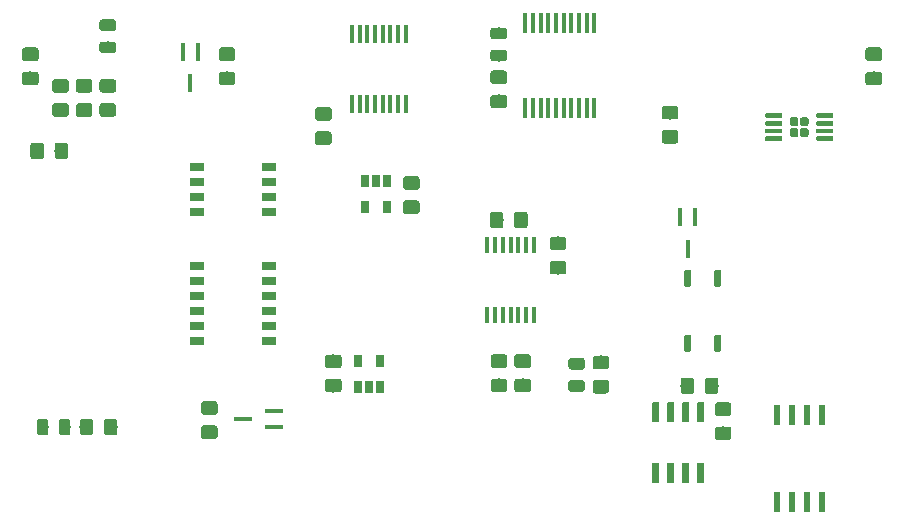
<source format=gbr>
G04 #@! TF.GenerationSoftware,KiCad,Pcbnew,(5.1.4)-1*
G04 #@! TF.CreationDate,2019-10-11T16:00:27-04:00*
G04 #@! TF.ProjectId,CellMan,43656c6c-4d61-46e2-9e6b-696361645f70,0.1*
G04 #@! TF.SameCoordinates,Original*
G04 #@! TF.FileFunction,Paste,Top*
G04 #@! TF.FilePolarity,Positive*
%FSLAX46Y46*%
G04 Gerber Fmt 4.6, Leading zero omitted, Abs format (unit mm)*
G04 Created by KiCad (PCBNEW (5.1.4)-1) date 2019-10-11 16:00:27*
%MOMM*%
%LPD*%
G04 APERTURE LIST*
%ADD10R,0.450000X1.750000*%
%ADD11C,0.100000*%
%ADD12C,1.150000*%
%ADD13R,1.500000X0.450000*%
%ADD14R,0.450000X1.500000*%
%ADD15R,0.450000X1.450000*%
%ADD16R,1.250000X0.760000*%
%ADD17C,0.400000*%
%ADD18C,0.700000*%
%ADD19R,0.550000X1.750000*%
%ADD20C,0.975000*%
%ADD21C,0.550000*%
%ADD22C,0.600000*%
%ADD23R,0.650000X1.060000*%
G04 APERTURE END LIST*
D10*
X147443000Y-84284000D03*
X148093000Y-84284000D03*
X148743000Y-84284000D03*
X149393000Y-84284000D03*
X150043000Y-84284000D03*
X150693000Y-84284000D03*
X151343000Y-84284000D03*
X151993000Y-84284000D03*
X152643000Y-84284000D03*
X153293000Y-84284000D03*
X153293000Y-91484000D03*
X152643000Y-91484000D03*
X151993000Y-91484000D03*
X151343000Y-91484000D03*
X150693000Y-91484000D03*
X150043000Y-91484000D03*
X149393000Y-91484000D03*
X148743000Y-91484000D03*
X148093000Y-91484000D03*
X147443000Y-91484000D03*
D11*
G36*
X121174505Y-116301204D02*
G01*
X121198773Y-116304804D01*
X121222572Y-116310765D01*
X121245671Y-116319030D01*
X121267850Y-116329520D01*
X121288893Y-116342132D01*
X121308599Y-116356747D01*
X121326777Y-116373223D01*
X121343253Y-116391401D01*
X121357868Y-116411107D01*
X121370480Y-116432150D01*
X121380970Y-116454329D01*
X121389235Y-116477428D01*
X121395196Y-116501227D01*
X121398796Y-116525495D01*
X121400000Y-116549999D01*
X121400000Y-117200001D01*
X121398796Y-117224505D01*
X121395196Y-117248773D01*
X121389235Y-117272572D01*
X121380970Y-117295671D01*
X121370480Y-117317850D01*
X121357868Y-117338893D01*
X121343253Y-117358599D01*
X121326777Y-117376777D01*
X121308599Y-117393253D01*
X121288893Y-117407868D01*
X121267850Y-117420480D01*
X121245671Y-117430970D01*
X121222572Y-117439235D01*
X121198773Y-117445196D01*
X121174505Y-117448796D01*
X121150001Y-117450000D01*
X120249999Y-117450000D01*
X120225495Y-117448796D01*
X120201227Y-117445196D01*
X120177428Y-117439235D01*
X120154329Y-117430970D01*
X120132150Y-117420480D01*
X120111107Y-117407868D01*
X120091401Y-117393253D01*
X120073223Y-117376777D01*
X120056747Y-117358599D01*
X120042132Y-117338893D01*
X120029520Y-117317850D01*
X120019030Y-117295671D01*
X120010765Y-117272572D01*
X120004804Y-117248773D01*
X120001204Y-117224505D01*
X120000000Y-117200001D01*
X120000000Y-116549999D01*
X120001204Y-116525495D01*
X120004804Y-116501227D01*
X120010765Y-116477428D01*
X120019030Y-116454329D01*
X120029520Y-116432150D01*
X120042132Y-116411107D01*
X120056747Y-116391401D01*
X120073223Y-116373223D01*
X120091401Y-116356747D01*
X120111107Y-116342132D01*
X120132150Y-116329520D01*
X120154329Y-116319030D01*
X120177428Y-116310765D01*
X120201227Y-116304804D01*
X120225495Y-116301204D01*
X120249999Y-116300000D01*
X121150001Y-116300000D01*
X121174505Y-116301204D01*
X121174505Y-116301204D01*
G37*
D12*
X120700000Y-116875000D03*
D11*
G36*
X121174505Y-118351204D02*
G01*
X121198773Y-118354804D01*
X121222572Y-118360765D01*
X121245671Y-118369030D01*
X121267850Y-118379520D01*
X121288893Y-118392132D01*
X121308599Y-118406747D01*
X121326777Y-118423223D01*
X121343253Y-118441401D01*
X121357868Y-118461107D01*
X121370480Y-118482150D01*
X121380970Y-118504329D01*
X121389235Y-118527428D01*
X121395196Y-118551227D01*
X121398796Y-118575495D01*
X121400000Y-118599999D01*
X121400000Y-119250001D01*
X121398796Y-119274505D01*
X121395196Y-119298773D01*
X121389235Y-119322572D01*
X121380970Y-119345671D01*
X121370480Y-119367850D01*
X121357868Y-119388893D01*
X121343253Y-119408599D01*
X121326777Y-119426777D01*
X121308599Y-119443253D01*
X121288893Y-119457868D01*
X121267850Y-119470480D01*
X121245671Y-119480970D01*
X121222572Y-119489235D01*
X121198773Y-119495196D01*
X121174505Y-119498796D01*
X121150001Y-119500000D01*
X120249999Y-119500000D01*
X120225495Y-119498796D01*
X120201227Y-119495196D01*
X120177428Y-119489235D01*
X120154329Y-119480970D01*
X120132150Y-119470480D01*
X120111107Y-119457868D01*
X120091401Y-119443253D01*
X120073223Y-119426777D01*
X120056747Y-119408599D01*
X120042132Y-119388893D01*
X120029520Y-119367850D01*
X120019030Y-119345671D01*
X120010765Y-119322572D01*
X120004804Y-119298773D01*
X120001204Y-119274505D01*
X120000000Y-119250001D01*
X120000000Y-118599999D01*
X120001204Y-118575495D01*
X120004804Y-118551227D01*
X120010765Y-118527428D01*
X120019030Y-118504329D01*
X120029520Y-118482150D01*
X120042132Y-118461107D01*
X120056747Y-118441401D01*
X120073223Y-118423223D01*
X120091401Y-118406747D01*
X120111107Y-118392132D01*
X120132150Y-118379520D01*
X120154329Y-118369030D01*
X120177428Y-118360765D01*
X120201227Y-118354804D01*
X120225495Y-118351204D01*
X120249999Y-118350000D01*
X121150001Y-118350000D01*
X121174505Y-118351204D01*
X121174505Y-118351204D01*
G37*
D12*
X120700000Y-118925000D03*
D13*
X123520000Y-117800000D03*
X126180000Y-117150000D03*
X126180000Y-118450000D03*
D14*
X132775000Y-91100000D03*
X133425000Y-91100000D03*
X134075000Y-91100000D03*
X134725000Y-91100000D03*
X135375000Y-91100000D03*
X136025000Y-91100000D03*
X136675000Y-91100000D03*
X137325000Y-91100000D03*
X137325000Y-85200000D03*
X136675000Y-85200000D03*
X136025000Y-85200000D03*
X135375000Y-85200000D03*
X134725000Y-85200000D03*
X134075000Y-85200000D03*
X133425000Y-85200000D03*
X132775000Y-85200000D03*
D15*
X148150000Y-109000000D03*
X147500000Y-109000000D03*
X146850000Y-109000000D03*
X146200000Y-109000000D03*
X145550000Y-109000000D03*
X144900000Y-109000000D03*
X144250000Y-109000000D03*
X144250000Y-103100000D03*
X144900000Y-103100000D03*
X145550000Y-103100000D03*
X146200000Y-103100000D03*
X146850000Y-103100000D03*
X147500000Y-103100000D03*
X148150000Y-103100000D03*
D14*
X161200000Y-103380000D03*
X160550000Y-100720000D03*
X161850000Y-100720000D03*
X119100000Y-89380000D03*
X118450000Y-86720000D03*
X119750000Y-86720000D03*
D16*
X119625000Y-100305000D03*
X125775000Y-96495000D03*
X119625000Y-99035000D03*
X125775000Y-97765000D03*
X119625000Y-97765000D03*
X125775000Y-99035000D03*
X119625000Y-96495000D03*
X125775000Y-100305000D03*
X119625000Y-111175000D03*
X125775000Y-104825000D03*
X119625000Y-109905000D03*
X125775000Y-106095000D03*
X119625000Y-108635000D03*
X125775000Y-107365000D03*
X119625000Y-107365000D03*
X125775000Y-108635000D03*
X119625000Y-106095000D03*
X125775000Y-109905000D03*
X119625000Y-104825000D03*
X125775000Y-111175000D03*
D11*
G36*
X169109802Y-93875482D02*
G01*
X169119509Y-93876921D01*
X169129028Y-93879306D01*
X169138268Y-93882612D01*
X169147140Y-93886808D01*
X169155557Y-93891853D01*
X169163439Y-93897699D01*
X169170711Y-93904289D01*
X169177301Y-93911561D01*
X169183147Y-93919443D01*
X169188192Y-93927860D01*
X169192388Y-93936732D01*
X169195694Y-93945972D01*
X169198079Y-93955491D01*
X169199518Y-93965198D01*
X169200000Y-93975000D01*
X169200000Y-94175000D01*
X169199518Y-94184802D01*
X169198079Y-94194509D01*
X169195694Y-94204028D01*
X169192388Y-94213268D01*
X169188192Y-94222140D01*
X169183147Y-94230557D01*
X169177301Y-94238439D01*
X169170711Y-94245711D01*
X169163439Y-94252301D01*
X169155557Y-94258147D01*
X169147140Y-94263192D01*
X169138268Y-94267388D01*
X169129028Y-94270694D01*
X169119509Y-94273079D01*
X169109802Y-94274518D01*
X169100000Y-94275000D01*
X167875000Y-94275000D01*
X167865198Y-94274518D01*
X167855491Y-94273079D01*
X167845972Y-94270694D01*
X167836732Y-94267388D01*
X167827860Y-94263192D01*
X167819443Y-94258147D01*
X167811561Y-94252301D01*
X167804289Y-94245711D01*
X167797699Y-94238439D01*
X167791853Y-94230557D01*
X167786808Y-94222140D01*
X167782612Y-94213268D01*
X167779306Y-94204028D01*
X167776921Y-94194509D01*
X167775482Y-94184802D01*
X167775000Y-94175000D01*
X167775000Y-93975000D01*
X167775482Y-93965198D01*
X167776921Y-93955491D01*
X167779306Y-93945972D01*
X167782612Y-93936732D01*
X167786808Y-93927860D01*
X167791853Y-93919443D01*
X167797699Y-93911561D01*
X167804289Y-93904289D01*
X167811561Y-93897699D01*
X167819443Y-93891853D01*
X167827860Y-93886808D01*
X167836732Y-93882612D01*
X167845972Y-93879306D01*
X167855491Y-93876921D01*
X167865198Y-93875482D01*
X167875000Y-93875000D01*
X169100000Y-93875000D01*
X169109802Y-93875482D01*
X169109802Y-93875482D01*
G37*
D17*
X168487500Y-94075000D03*
D11*
G36*
X169109802Y-93225482D02*
G01*
X169119509Y-93226921D01*
X169129028Y-93229306D01*
X169138268Y-93232612D01*
X169147140Y-93236808D01*
X169155557Y-93241853D01*
X169163439Y-93247699D01*
X169170711Y-93254289D01*
X169177301Y-93261561D01*
X169183147Y-93269443D01*
X169188192Y-93277860D01*
X169192388Y-93286732D01*
X169195694Y-93295972D01*
X169198079Y-93305491D01*
X169199518Y-93315198D01*
X169200000Y-93325000D01*
X169200000Y-93525000D01*
X169199518Y-93534802D01*
X169198079Y-93544509D01*
X169195694Y-93554028D01*
X169192388Y-93563268D01*
X169188192Y-93572140D01*
X169183147Y-93580557D01*
X169177301Y-93588439D01*
X169170711Y-93595711D01*
X169163439Y-93602301D01*
X169155557Y-93608147D01*
X169147140Y-93613192D01*
X169138268Y-93617388D01*
X169129028Y-93620694D01*
X169119509Y-93623079D01*
X169109802Y-93624518D01*
X169100000Y-93625000D01*
X167875000Y-93625000D01*
X167865198Y-93624518D01*
X167855491Y-93623079D01*
X167845972Y-93620694D01*
X167836732Y-93617388D01*
X167827860Y-93613192D01*
X167819443Y-93608147D01*
X167811561Y-93602301D01*
X167804289Y-93595711D01*
X167797699Y-93588439D01*
X167791853Y-93580557D01*
X167786808Y-93572140D01*
X167782612Y-93563268D01*
X167779306Y-93554028D01*
X167776921Y-93544509D01*
X167775482Y-93534802D01*
X167775000Y-93525000D01*
X167775000Y-93325000D01*
X167775482Y-93315198D01*
X167776921Y-93305491D01*
X167779306Y-93295972D01*
X167782612Y-93286732D01*
X167786808Y-93277860D01*
X167791853Y-93269443D01*
X167797699Y-93261561D01*
X167804289Y-93254289D01*
X167811561Y-93247699D01*
X167819443Y-93241853D01*
X167827860Y-93236808D01*
X167836732Y-93232612D01*
X167845972Y-93229306D01*
X167855491Y-93226921D01*
X167865198Y-93225482D01*
X167875000Y-93225000D01*
X169100000Y-93225000D01*
X169109802Y-93225482D01*
X169109802Y-93225482D01*
G37*
D17*
X168487500Y-93425000D03*
D11*
G36*
X169109802Y-92575482D02*
G01*
X169119509Y-92576921D01*
X169129028Y-92579306D01*
X169138268Y-92582612D01*
X169147140Y-92586808D01*
X169155557Y-92591853D01*
X169163439Y-92597699D01*
X169170711Y-92604289D01*
X169177301Y-92611561D01*
X169183147Y-92619443D01*
X169188192Y-92627860D01*
X169192388Y-92636732D01*
X169195694Y-92645972D01*
X169198079Y-92655491D01*
X169199518Y-92665198D01*
X169200000Y-92675000D01*
X169200000Y-92875000D01*
X169199518Y-92884802D01*
X169198079Y-92894509D01*
X169195694Y-92904028D01*
X169192388Y-92913268D01*
X169188192Y-92922140D01*
X169183147Y-92930557D01*
X169177301Y-92938439D01*
X169170711Y-92945711D01*
X169163439Y-92952301D01*
X169155557Y-92958147D01*
X169147140Y-92963192D01*
X169138268Y-92967388D01*
X169129028Y-92970694D01*
X169119509Y-92973079D01*
X169109802Y-92974518D01*
X169100000Y-92975000D01*
X167875000Y-92975000D01*
X167865198Y-92974518D01*
X167855491Y-92973079D01*
X167845972Y-92970694D01*
X167836732Y-92967388D01*
X167827860Y-92963192D01*
X167819443Y-92958147D01*
X167811561Y-92952301D01*
X167804289Y-92945711D01*
X167797699Y-92938439D01*
X167791853Y-92930557D01*
X167786808Y-92922140D01*
X167782612Y-92913268D01*
X167779306Y-92904028D01*
X167776921Y-92894509D01*
X167775482Y-92884802D01*
X167775000Y-92875000D01*
X167775000Y-92675000D01*
X167775482Y-92665198D01*
X167776921Y-92655491D01*
X167779306Y-92645972D01*
X167782612Y-92636732D01*
X167786808Y-92627860D01*
X167791853Y-92619443D01*
X167797699Y-92611561D01*
X167804289Y-92604289D01*
X167811561Y-92597699D01*
X167819443Y-92591853D01*
X167827860Y-92586808D01*
X167836732Y-92582612D01*
X167845972Y-92579306D01*
X167855491Y-92576921D01*
X167865198Y-92575482D01*
X167875000Y-92575000D01*
X169100000Y-92575000D01*
X169109802Y-92575482D01*
X169109802Y-92575482D01*
G37*
D17*
X168487500Y-92775000D03*
D11*
G36*
X169109802Y-91925482D02*
G01*
X169119509Y-91926921D01*
X169129028Y-91929306D01*
X169138268Y-91932612D01*
X169147140Y-91936808D01*
X169155557Y-91941853D01*
X169163439Y-91947699D01*
X169170711Y-91954289D01*
X169177301Y-91961561D01*
X169183147Y-91969443D01*
X169188192Y-91977860D01*
X169192388Y-91986732D01*
X169195694Y-91995972D01*
X169198079Y-92005491D01*
X169199518Y-92015198D01*
X169200000Y-92025000D01*
X169200000Y-92225000D01*
X169199518Y-92234802D01*
X169198079Y-92244509D01*
X169195694Y-92254028D01*
X169192388Y-92263268D01*
X169188192Y-92272140D01*
X169183147Y-92280557D01*
X169177301Y-92288439D01*
X169170711Y-92295711D01*
X169163439Y-92302301D01*
X169155557Y-92308147D01*
X169147140Y-92313192D01*
X169138268Y-92317388D01*
X169129028Y-92320694D01*
X169119509Y-92323079D01*
X169109802Y-92324518D01*
X169100000Y-92325000D01*
X167875000Y-92325000D01*
X167865198Y-92324518D01*
X167855491Y-92323079D01*
X167845972Y-92320694D01*
X167836732Y-92317388D01*
X167827860Y-92313192D01*
X167819443Y-92308147D01*
X167811561Y-92302301D01*
X167804289Y-92295711D01*
X167797699Y-92288439D01*
X167791853Y-92280557D01*
X167786808Y-92272140D01*
X167782612Y-92263268D01*
X167779306Y-92254028D01*
X167776921Y-92244509D01*
X167775482Y-92234802D01*
X167775000Y-92225000D01*
X167775000Y-92025000D01*
X167775482Y-92015198D01*
X167776921Y-92005491D01*
X167779306Y-91995972D01*
X167782612Y-91986732D01*
X167786808Y-91977860D01*
X167791853Y-91969443D01*
X167797699Y-91961561D01*
X167804289Y-91954289D01*
X167811561Y-91947699D01*
X167819443Y-91941853D01*
X167827860Y-91936808D01*
X167836732Y-91932612D01*
X167845972Y-91929306D01*
X167855491Y-91926921D01*
X167865198Y-91925482D01*
X167875000Y-91925000D01*
X169100000Y-91925000D01*
X169109802Y-91925482D01*
X169109802Y-91925482D01*
G37*
D17*
X168487500Y-92125000D03*
D11*
G36*
X173434802Y-91925482D02*
G01*
X173444509Y-91926921D01*
X173454028Y-91929306D01*
X173463268Y-91932612D01*
X173472140Y-91936808D01*
X173480557Y-91941853D01*
X173488439Y-91947699D01*
X173495711Y-91954289D01*
X173502301Y-91961561D01*
X173508147Y-91969443D01*
X173513192Y-91977860D01*
X173517388Y-91986732D01*
X173520694Y-91995972D01*
X173523079Y-92005491D01*
X173524518Y-92015198D01*
X173525000Y-92025000D01*
X173525000Y-92225000D01*
X173524518Y-92234802D01*
X173523079Y-92244509D01*
X173520694Y-92254028D01*
X173517388Y-92263268D01*
X173513192Y-92272140D01*
X173508147Y-92280557D01*
X173502301Y-92288439D01*
X173495711Y-92295711D01*
X173488439Y-92302301D01*
X173480557Y-92308147D01*
X173472140Y-92313192D01*
X173463268Y-92317388D01*
X173454028Y-92320694D01*
X173444509Y-92323079D01*
X173434802Y-92324518D01*
X173425000Y-92325000D01*
X172200000Y-92325000D01*
X172190198Y-92324518D01*
X172180491Y-92323079D01*
X172170972Y-92320694D01*
X172161732Y-92317388D01*
X172152860Y-92313192D01*
X172144443Y-92308147D01*
X172136561Y-92302301D01*
X172129289Y-92295711D01*
X172122699Y-92288439D01*
X172116853Y-92280557D01*
X172111808Y-92272140D01*
X172107612Y-92263268D01*
X172104306Y-92254028D01*
X172101921Y-92244509D01*
X172100482Y-92234802D01*
X172100000Y-92225000D01*
X172100000Y-92025000D01*
X172100482Y-92015198D01*
X172101921Y-92005491D01*
X172104306Y-91995972D01*
X172107612Y-91986732D01*
X172111808Y-91977860D01*
X172116853Y-91969443D01*
X172122699Y-91961561D01*
X172129289Y-91954289D01*
X172136561Y-91947699D01*
X172144443Y-91941853D01*
X172152860Y-91936808D01*
X172161732Y-91932612D01*
X172170972Y-91929306D01*
X172180491Y-91926921D01*
X172190198Y-91925482D01*
X172200000Y-91925000D01*
X173425000Y-91925000D01*
X173434802Y-91925482D01*
X173434802Y-91925482D01*
G37*
D17*
X172812500Y-92125000D03*
D11*
G36*
X173434802Y-92575482D02*
G01*
X173444509Y-92576921D01*
X173454028Y-92579306D01*
X173463268Y-92582612D01*
X173472140Y-92586808D01*
X173480557Y-92591853D01*
X173488439Y-92597699D01*
X173495711Y-92604289D01*
X173502301Y-92611561D01*
X173508147Y-92619443D01*
X173513192Y-92627860D01*
X173517388Y-92636732D01*
X173520694Y-92645972D01*
X173523079Y-92655491D01*
X173524518Y-92665198D01*
X173525000Y-92675000D01*
X173525000Y-92875000D01*
X173524518Y-92884802D01*
X173523079Y-92894509D01*
X173520694Y-92904028D01*
X173517388Y-92913268D01*
X173513192Y-92922140D01*
X173508147Y-92930557D01*
X173502301Y-92938439D01*
X173495711Y-92945711D01*
X173488439Y-92952301D01*
X173480557Y-92958147D01*
X173472140Y-92963192D01*
X173463268Y-92967388D01*
X173454028Y-92970694D01*
X173444509Y-92973079D01*
X173434802Y-92974518D01*
X173425000Y-92975000D01*
X172200000Y-92975000D01*
X172190198Y-92974518D01*
X172180491Y-92973079D01*
X172170972Y-92970694D01*
X172161732Y-92967388D01*
X172152860Y-92963192D01*
X172144443Y-92958147D01*
X172136561Y-92952301D01*
X172129289Y-92945711D01*
X172122699Y-92938439D01*
X172116853Y-92930557D01*
X172111808Y-92922140D01*
X172107612Y-92913268D01*
X172104306Y-92904028D01*
X172101921Y-92894509D01*
X172100482Y-92884802D01*
X172100000Y-92875000D01*
X172100000Y-92675000D01*
X172100482Y-92665198D01*
X172101921Y-92655491D01*
X172104306Y-92645972D01*
X172107612Y-92636732D01*
X172111808Y-92627860D01*
X172116853Y-92619443D01*
X172122699Y-92611561D01*
X172129289Y-92604289D01*
X172136561Y-92597699D01*
X172144443Y-92591853D01*
X172152860Y-92586808D01*
X172161732Y-92582612D01*
X172170972Y-92579306D01*
X172180491Y-92576921D01*
X172190198Y-92575482D01*
X172200000Y-92575000D01*
X173425000Y-92575000D01*
X173434802Y-92575482D01*
X173434802Y-92575482D01*
G37*
D17*
X172812500Y-92775000D03*
D11*
G36*
X173434802Y-93225482D02*
G01*
X173444509Y-93226921D01*
X173454028Y-93229306D01*
X173463268Y-93232612D01*
X173472140Y-93236808D01*
X173480557Y-93241853D01*
X173488439Y-93247699D01*
X173495711Y-93254289D01*
X173502301Y-93261561D01*
X173508147Y-93269443D01*
X173513192Y-93277860D01*
X173517388Y-93286732D01*
X173520694Y-93295972D01*
X173523079Y-93305491D01*
X173524518Y-93315198D01*
X173525000Y-93325000D01*
X173525000Y-93525000D01*
X173524518Y-93534802D01*
X173523079Y-93544509D01*
X173520694Y-93554028D01*
X173517388Y-93563268D01*
X173513192Y-93572140D01*
X173508147Y-93580557D01*
X173502301Y-93588439D01*
X173495711Y-93595711D01*
X173488439Y-93602301D01*
X173480557Y-93608147D01*
X173472140Y-93613192D01*
X173463268Y-93617388D01*
X173454028Y-93620694D01*
X173444509Y-93623079D01*
X173434802Y-93624518D01*
X173425000Y-93625000D01*
X172200000Y-93625000D01*
X172190198Y-93624518D01*
X172180491Y-93623079D01*
X172170972Y-93620694D01*
X172161732Y-93617388D01*
X172152860Y-93613192D01*
X172144443Y-93608147D01*
X172136561Y-93602301D01*
X172129289Y-93595711D01*
X172122699Y-93588439D01*
X172116853Y-93580557D01*
X172111808Y-93572140D01*
X172107612Y-93563268D01*
X172104306Y-93554028D01*
X172101921Y-93544509D01*
X172100482Y-93534802D01*
X172100000Y-93525000D01*
X172100000Y-93325000D01*
X172100482Y-93315198D01*
X172101921Y-93305491D01*
X172104306Y-93295972D01*
X172107612Y-93286732D01*
X172111808Y-93277860D01*
X172116853Y-93269443D01*
X172122699Y-93261561D01*
X172129289Y-93254289D01*
X172136561Y-93247699D01*
X172144443Y-93241853D01*
X172152860Y-93236808D01*
X172161732Y-93232612D01*
X172170972Y-93229306D01*
X172180491Y-93226921D01*
X172190198Y-93225482D01*
X172200000Y-93225000D01*
X173425000Y-93225000D01*
X173434802Y-93225482D01*
X173434802Y-93225482D01*
G37*
D17*
X172812500Y-93425000D03*
D11*
G36*
X173434802Y-93875482D02*
G01*
X173444509Y-93876921D01*
X173454028Y-93879306D01*
X173463268Y-93882612D01*
X173472140Y-93886808D01*
X173480557Y-93891853D01*
X173488439Y-93897699D01*
X173495711Y-93904289D01*
X173502301Y-93911561D01*
X173508147Y-93919443D01*
X173513192Y-93927860D01*
X173517388Y-93936732D01*
X173520694Y-93945972D01*
X173523079Y-93955491D01*
X173524518Y-93965198D01*
X173525000Y-93975000D01*
X173525000Y-94175000D01*
X173524518Y-94184802D01*
X173523079Y-94194509D01*
X173520694Y-94204028D01*
X173517388Y-94213268D01*
X173513192Y-94222140D01*
X173508147Y-94230557D01*
X173502301Y-94238439D01*
X173495711Y-94245711D01*
X173488439Y-94252301D01*
X173480557Y-94258147D01*
X173472140Y-94263192D01*
X173463268Y-94267388D01*
X173454028Y-94270694D01*
X173444509Y-94273079D01*
X173434802Y-94274518D01*
X173425000Y-94275000D01*
X172200000Y-94275000D01*
X172190198Y-94274518D01*
X172180491Y-94273079D01*
X172170972Y-94270694D01*
X172161732Y-94267388D01*
X172152860Y-94263192D01*
X172144443Y-94258147D01*
X172136561Y-94252301D01*
X172129289Y-94245711D01*
X172122699Y-94238439D01*
X172116853Y-94230557D01*
X172111808Y-94222140D01*
X172107612Y-94213268D01*
X172104306Y-94204028D01*
X172101921Y-94194509D01*
X172100482Y-94184802D01*
X172100000Y-94175000D01*
X172100000Y-93975000D01*
X172100482Y-93965198D01*
X172101921Y-93955491D01*
X172104306Y-93945972D01*
X172107612Y-93936732D01*
X172111808Y-93927860D01*
X172116853Y-93919443D01*
X172122699Y-93911561D01*
X172129289Y-93904289D01*
X172136561Y-93897699D01*
X172144443Y-93891853D01*
X172152860Y-93886808D01*
X172161732Y-93882612D01*
X172170972Y-93879306D01*
X172180491Y-93876921D01*
X172190198Y-93875482D01*
X172200000Y-93875000D01*
X173425000Y-93875000D01*
X173434802Y-93875482D01*
X173434802Y-93875482D01*
G37*
D17*
X172812500Y-94075000D03*
D11*
G36*
X170412153Y-92265843D02*
G01*
X170429141Y-92268363D01*
X170445800Y-92272535D01*
X170461970Y-92278321D01*
X170477494Y-92285664D01*
X170492225Y-92294493D01*
X170506019Y-92304723D01*
X170518744Y-92316256D01*
X170530277Y-92328981D01*
X170540507Y-92342775D01*
X170549336Y-92357506D01*
X170556679Y-92373030D01*
X170562465Y-92389200D01*
X170566637Y-92405859D01*
X170569157Y-92422847D01*
X170570000Y-92440000D01*
X170570000Y-92840000D01*
X170569157Y-92857153D01*
X170566637Y-92874141D01*
X170562465Y-92890800D01*
X170556679Y-92906970D01*
X170549336Y-92922494D01*
X170540507Y-92937225D01*
X170530277Y-92951019D01*
X170518744Y-92963744D01*
X170506019Y-92975277D01*
X170492225Y-92985507D01*
X170477494Y-92994336D01*
X170461970Y-93001679D01*
X170445800Y-93007465D01*
X170429141Y-93011637D01*
X170412153Y-93014157D01*
X170395000Y-93015000D01*
X170045000Y-93015000D01*
X170027847Y-93014157D01*
X170010859Y-93011637D01*
X169994200Y-93007465D01*
X169978030Y-93001679D01*
X169962506Y-92994336D01*
X169947775Y-92985507D01*
X169933981Y-92975277D01*
X169921256Y-92963744D01*
X169909723Y-92951019D01*
X169899493Y-92937225D01*
X169890664Y-92922494D01*
X169883321Y-92906970D01*
X169877535Y-92890800D01*
X169873363Y-92874141D01*
X169870843Y-92857153D01*
X169870000Y-92840000D01*
X169870000Y-92440000D01*
X169870843Y-92422847D01*
X169873363Y-92405859D01*
X169877535Y-92389200D01*
X169883321Y-92373030D01*
X169890664Y-92357506D01*
X169899493Y-92342775D01*
X169909723Y-92328981D01*
X169921256Y-92316256D01*
X169933981Y-92304723D01*
X169947775Y-92294493D01*
X169962506Y-92285664D01*
X169978030Y-92278321D01*
X169994200Y-92272535D01*
X170010859Y-92268363D01*
X170027847Y-92265843D01*
X170045000Y-92265000D01*
X170395000Y-92265000D01*
X170412153Y-92265843D01*
X170412153Y-92265843D01*
G37*
D18*
X170220000Y-92640000D03*
D11*
G36*
X170412153Y-93185843D02*
G01*
X170429141Y-93188363D01*
X170445800Y-93192535D01*
X170461970Y-93198321D01*
X170477494Y-93205664D01*
X170492225Y-93214493D01*
X170506019Y-93224723D01*
X170518744Y-93236256D01*
X170530277Y-93248981D01*
X170540507Y-93262775D01*
X170549336Y-93277506D01*
X170556679Y-93293030D01*
X170562465Y-93309200D01*
X170566637Y-93325859D01*
X170569157Y-93342847D01*
X170570000Y-93360000D01*
X170570000Y-93760000D01*
X170569157Y-93777153D01*
X170566637Y-93794141D01*
X170562465Y-93810800D01*
X170556679Y-93826970D01*
X170549336Y-93842494D01*
X170540507Y-93857225D01*
X170530277Y-93871019D01*
X170518744Y-93883744D01*
X170506019Y-93895277D01*
X170492225Y-93905507D01*
X170477494Y-93914336D01*
X170461970Y-93921679D01*
X170445800Y-93927465D01*
X170429141Y-93931637D01*
X170412153Y-93934157D01*
X170395000Y-93935000D01*
X170045000Y-93935000D01*
X170027847Y-93934157D01*
X170010859Y-93931637D01*
X169994200Y-93927465D01*
X169978030Y-93921679D01*
X169962506Y-93914336D01*
X169947775Y-93905507D01*
X169933981Y-93895277D01*
X169921256Y-93883744D01*
X169909723Y-93871019D01*
X169899493Y-93857225D01*
X169890664Y-93842494D01*
X169883321Y-93826970D01*
X169877535Y-93810800D01*
X169873363Y-93794141D01*
X169870843Y-93777153D01*
X169870000Y-93760000D01*
X169870000Y-93360000D01*
X169870843Y-93342847D01*
X169873363Y-93325859D01*
X169877535Y-93309200D01*
X169883321Y-93293030D01*
X169890664Y-93277506D01*
X169899493Y-93262775D01*
X169909723Y-93248981D01*
X169921256Y-93236256D01*
X169933981Y-93224723D01*
X169947775Y-93214493D01*
X169962506Y-93205664D01*
X169978030Y-93198321D01*
X169994200Y-93192535D01*
X170010859Y-93188363D01*
X170027847Y-93185843D01*
X170045000Y-93185000D01*
X170395000Y-93185000D01*
X170412153Y-93185843D01*
X170412153Y-93185843D01*
G37*
D18*
X170220000Y-93560000D03*
D11*
G36*
X171272153Y-92265843D02*
G01*
X171289141Y-92268363D01*
X171305800Y-92272535D01*
X171321970Y-92278321D01*
X171337494Y-92285664D01*
X171352225Y-92294493D01*
X171366019Y-92304723D01*
X171378744Y-92316256D01*
X171390277Y-92328981D01*
X171400507Y-92342775D01*
X171409336Y-92357506D01*
X171416679Y-92373030D01*
X171422465Y-92389200D01*
X171426637Y-92405859D01*
X171429157Y-92422847D01*
X171430000Y-92440000D01*
X171430000Y-92840000D01*
X171429157Y-92857153D01*
X171426637Y-92874141D01*
X171422465Y-92890800D01*
X171416679Y-92906970D01*
X171409336Y-92922494D01*
X171400507Y-92937225D01*
X171390277Y-92951019D01*
X171378744Y-92963744D01*
X171366019Y-92975277D01*
X171352225Y-92985507D01*
X171337494Y-92994336D01*
X171321970Y-93001679D01*
X171305800Y-93007465D01*
X171289141Y-93011637D01*
X171272153Y-93014157D01*
X171255000Y-93015000D01*
X170905000Y-93015000D01*
X170887847Y-93014157D01*
X170870859Y-93011637D01*
X170854200Y-93007465D01*
X170838030Y-93001679D01*
X170822506Y-92994336D01*
X170807775Y-92985507D01*
X170793981Y-92975277D01*
X170781256Y-92963744D01*
X170769723Y-92951019D01*
X170759493Y-92937225D01*
X170750664Y-92922494D01*
X170743321Y-92906970D01*
X170737535Y-92890800D01*
X170733363Y-92874141D01*
X170730843Y-92857153D01*
X170730000Y-92840000D01*
X170730000Y-92440000D01*
X170730843Y-92422847D01*
X170733363Y-92405859D01*
X170737535Y-92389200D01*
X170743321Y-92373030D01*
X170750664Y-92357506D01*
X170759493Y-92342775D01*
X170769723Y-92328981D01*
X170781256Y-92316256D01*
X170793981Y-92304723D01*
X170807775Y-92294493D01*
X170822506Y-92285664D01*
X170838030Y-92278321D01*
X170854200Y-92272535D01*
X170870859Y-92268363D01*
X170887847Y-92265843D01*
X170905000Y-92265000D01*
X171255000Y-92265000D01*
X171272153Y-92265843D01*
X171272153Y-92265843D01*
G37*
D18*
X171080000Y-92640000D03*
D11*
G36*
X171272153Y-93185843D02*
G01*
X171289141Y-93188363D01*
X171305800Y-93192535D01*
X171321970Y-93198321D01*
X171337494Y-93205664D01*
X171352225Y-93214493D01*
X171366019Y-93224723D01*
X171378744Y-93236256D01*
X171390277Y-93248981D01*
X171400507Y-93262775D01*
X171409336Y-93277506D01*
X171416679Y-93293030D01*
X171422465Y-93309200D01*
X171426637Y-93325859D01*
X171429157Y-93342847D01*
X171430000Y-93360000D01*
X171430000Y-93760000D01*
X171429157Y-93777153D01*
X171426637Y-93794141D01*
X171422465Y-93810800D01*
X171416679Y-93826970D01*
X171409336Y-93842494D01*
X171400507Y-93857225D01*
X171390277Y-93871019D01*
X171378744Y-93883744D01*
X171366019Y-93895277D01*
X171352225Y-93905507D01*
X171337494Y-93914336D01*
X171321970Y-93921679D01*
X171305800Y-93927465D01*
X171289141Y-93931637D01*
X171272153Y-93934157D01*
X171255000Y-93935000D01*
X170905000Y-93935000D01*
X170887847Y-93934157D01*
X170870859Y-93931637D01*
X170854200Y-93927465D01*
X170838030Y-93921679D01*
X170822506Y-93914336D01*
X170807775Y-93905507D01*
X170793981Y-93895277D01*
X170781256Y-93883744D01*
X170769723Y-93871019D01*
X170759493Y-93857225D01*
X170750664Y-93842494D01*
X170743321Y-93826970D01*
X170737535Y-93810800D01*
X170733363Y-93794141D01*
X170730843Y-93777153D01*
X170730000Y-93760000D01*
X170730000Y-93360000D01*
X170730843Y-93342847D01*
X170733363Y-93325859D01*
X170737535Y-93309200D01*
X170743321Y-93293030D01*
X170750664Y-93277506D01*
X170759493Y-93262775D01*
X170769723Y-93248981D01*
X170781256Y-93236256D01*
X170793981Y-93224723D01*
X170807775Y-93214493D01*
X170822506Y-93205664D01*
X170838030Y-93198321D01*
X170854200Y-93192535D01*
X170870859Y-93188363D01*
X170887847Y-93185843D01*
X170905000Y-93185000D01*
X171255000Y-93185000D01*
X171272153Y-93185843D01*
X171272153Y-93185843D01*
G37*
D18*
X171080000Y-93560000D03*
D19*
X172540000Y-124850000D03*
X171270000Y-124850000D03*
X170000000Y-124850000D03*
X168730000Y-124850000D03*
X168730000Y-117450000D03*
X170000000Y-117450000D03*
X171270000Y-117450000D03*
X172540000Y-117450000D03*
D11*
G36*
X106024505Y-86351204D02*
G01*
X106048773Y-86354804D01*
X106072572Y-86360765D01*
X106095671Y-86369030D01*
X106117850Y-86379520D01*
X106138893Y-86392132D01*
X106158599Y-86406747D01*
X106176777Y-86423223D01*
X106193253Y-86441401D01*
X106207868Y-86461107D01*
X106220480Y-86482150D01*
X106230970Y-86504329D01*
X106239235Y-86527428D01*
X106245196Y-86551227D01*
X106248796Y-86575495D01*
X106250000Y-86599999D01*
X106250000Y-87250001D01*
X106248796Y-87274505D01*
X106245196Y-87298773D01*
X106239235Y-87322572D01*
X106230970Y-87345671D01*
X106220480Y-87367850D01*
X106207868Y-87388893D01*
X106193253Y-87408599D01*
X106176777Y-87426777D01*
X106158599Y-87443253D01*
X106138893Y-87457868D01*
X106117850Y-87470480D01*
X106095671Y-87480970D01*
X106072572Y-87489235D01*
X106048773Y-87495196D01*
X106024505Y-87498796D01*
X106000001Y-87500000D01*
X105099999Y-87500000D01*
X105075495Y-87498796D01*
X105051227Y-87495196D01*
X105027428Y-87489235D01*
X105004329Y-87480970D01*
X104982150Y-87470480D01*
X104961107Y-87457868D01*
X104941401Y-87443253D01*
X104923223Y-87426777D01*
X104906747Y-87408599D01*
X104892132Y-87388893D01*
X104879520Y-87367850D01*
X104869030Y-87345671D01*
X104860765Y-87322572D01*
X104854804Y-87298773D01*
X104851204Y-87274505D01*
X104850000Y-87250001D01*
X104850000Y-86599999D01*
X104851204Y-86575495D01*
X104854804Y-86551227D01*
X104860765Y-86527428D01*
X104869030Y-86504329D01*
X104879520Y-86482150D01*
X104892132Y-86461107D01*
X104906747Y-86441401D01*
X104923223Y-86423223D01*
X104941401Y-86406747D01*
X104961107Y-86392132D01*
X104982150Y-86379520D01*
X105004329Y-86369030D01*
X105027428Y-86360765D01*
X105051227Y-86354804D01*
X105075495Y-86351204D01*
X105099999Y-86350000D01*
X106000001Y-86350000D01*
X106024505Y-86351204D01*
X106024505Y-86351204D01*
G37*
D12*
X105550000Y-86925000D03*
D11*
G36*
X106024505Y-88401204D02*
G01*
X106048773Y-88404804D01*
X106072572Y-88410765D01*
X106095671Y-88419030D01*
X106117850Y-88429520D01*
X106138893Y-88442132D01*
X106158599Y-88456747D01*
X106176777Y-88473223D01*
X106193253Y-88491401D01*
X106207868Y-88511107D01*
X106220480Y-88532150D01*
X106230970Y-88554329D01*
X106239235Y-88577428D01*
X106245196Y-88601227D01*
X106248796Y-88625495D01*
X106250000Y-88649999D01*
X106250000Y-89300001D01*
X106248796Y-89324505D01*
X106245196Y-89348773D01*
X106239235Y-89372572D01*
X106230970Y-89395671D01*
X106220480Y-89417850D01*
X106207868Y-89438893D01*
X106193253Y-89458599D01*
X106176777Y-89476777D01*
X106158599Y-89493253D01*
X106138893Y-89507868D01*
X106117850Y-89520480D01*
X106095671Y-89530970D01*
X106072572Y-89539235D01*
X106048773Y-89545196D01*
X106024505Y-89548796D01*
X106000001Y-89550000D01*
X105099999Y-89550000D01*
X105075495Y-89548796D01*
X105051227Y-89545196D01*
X105027428Y-89539235D01*
X105004329Y-89530970D01*
X104982150Y-89520480D01*
X104961107Y-89507868D01*
X104941401Y-89493253D01*
X104923223Y-89476777D01*
X104906747Y-89458599D01*
X104892132Y-89438893D01*
X104879520Y-89417850D01*
X104869030Y-89395671D01*
X104860765Y-89372572D01*
X104854804Y-89348773D01*
X104851204Y-89324505D01*
X104850000Y-89300001D01*
X104850000Y-88649999D01*
X104851204Y-88625495D01*
X104854804Y-88601227D01*
X104860765Y-88577428D01*
X104869030Y-88554329D01*
X104879520Y-88532150D01*
X104892132Y-88511107D01*
X104906747Y-88491401D01*
X104923223Y-88473223D01*
X104941401Y-88456747D01*
X104961107Y-88442132D01*
X104982150Y-88429520D01*
X105004329Y-88419030D01*
X105027428Y-88410765D01*
X105051227Y-88404804D01*
X105075495Y-88401204D01*
X105099999Y-88400000D01*
X106000001Y-88400000D01*
X106024505Y-88401204D01*
X106024505Y-88401204D01*
G37*
D12*
X105550000Y-88975000D03*
D11*
G36*
X177424505Y-88401204D02*
G01*
X177448773Y-88404804D01*
X177472572Y-88410765D01*
X177495671Y-88419030D01*
X177517850Y-88429520D01*
X177538893Y-88442132D01*
X177558599Y-88456747D01*
X177576777Y-88473223D01*
X177593253Y-88491401D01*
X177607868Y-88511107D01*
X177620480Y-88532150D01*
X177630970Y-88554329D01*
X177639235Y-88577428D01*
X177645196Y-88601227D01*
X177648796Y-88625495D01*
X177650000Y-88649999D01*
X177650000Y-89300001D01*
X177648796Y-89324505D01*
X177645196Y-89348773D01*
X177639235Y-89372572D01*
X177630970Y-89395671D01*
X177620480Y-89417850D01*
X177607868Y-89438893D01*
X177593253Y-89458599D01*
X177576777Y-89476777D01*
X177558599Y-89493253D01*
X177538893Y-89507868D01*
X177517850Y-89520480D01*
X177495671Y-89530970D01*
X177472572Y-89539235D01*
X177448773Y-89545196D01*
X177424505Y-89548796D01*
X177400001Y-89550000D01*
X176499999Y-89550000D01*
X176475495Y-89548796D01*
X176451227Y-89545196D01*
X176427428Y-89539235D01*
X176404329Y-89530970D01*
X176382150Y-89520480D01*
X176361107Y-89507868D01*
X176341401Y-89493253D01*
X176323223Y-89476777D01*
X176306747Y-89458599D01*
X176292132Y-89438893D01*
X176279520Y-89417850D01*
X176269030Y-89395671D01*
X176260765Y-89372572D01*
X176254804Y-89348773D01*
X176251204Y-89324505D01*
X176250000Y-89300001D01*
X176250000Y-88649999D01*
X176251204Y-88625495D01*
X176254804Y-88601227D01*
X176260765Y-88577428D01*
X176269030Y-88554329D01*
X176279520Y-88532150D01*
X176292132Y-88511107D01*
X176306747Y-88491401D01*
X176323223Y-88473223D01*
X176341401Y-88456747D01*
X176361107Y-88442132D01*
X176382150Y-88429520D01*
X176404329Y-88419030D01*
X176427428Y-88410765D01*
X176451227Y-88404804D01*
X176475495Y-88401204D01*
X176499999Y-88400000D01*
X177400001Y-88400000D01*
X177424505Y-88401204D01*
X177424505Y-88401204D01*
G37*
D12*
X176950000Y-88975000D03*
D11*
G36*
X177424505Y-86351204D02*
G01*
X177448773Y-86354804D01*
X177472572Y-86360765D01*
X177495671Y-86369030D01*
X177517850Y-86379520D01*
X177538893Y-86392132D01*
X177558599Y-86406747D01*
X177576777Y-86423223D01*
X177593253Y-86441401D01*
X177607868Y-86461107D01*
X177620480Y-86482150D01*
X177630970Y-86504329D01*
X177639235Y-86527428D01*
X177645196Y-86551227D01*
X177648796Y-86575495D01*
X177650000Y-86599999D01*
X177650000Y-87250001D01*
X177648796Y-87274505D01*
X177645196Y-87298773D01*
X177639235Y-87322572D01*
X177630970Y-87345671D01*
X177620480Y-87367850D01*
X177607868Y-87388893D01*
X177593253Y-87408599D01*
X177576777Y-87426777D01*
X177558599Y-87443253D01*
X177538893Y-87457868D01*
X177517850Y-87470480D01*
X177495671Y-87480970D01*
X177472572Y-87489235D01*
X177448773Y-87495196D01*
X177424505Y-87498796D01*
X177400001Y-87500000D01*
X176499999Y-87500000D01*
X176475495Y-87498796D01*
X176451227Y-87495196D01*
X176427428Y-87489235D01*
X176404329Y-87480970D01*
X176382150Y-87470480D01*
X176361107Y-87457868D01*
X176341401Y-87443253D01*
X176323223Y-87426777D01*
X176306747Y-87408599D01*
X176292132Y-87388893D01*
X176279520Y-87367850D01*
X176269030Y-87345671D01*
X176260765Y-87322572D01*
X176254804Y-87298773D01*
X176251204Y-87274505D01*
X176250000Y-87250001D01*
X176250000Y-86599999D01*
X176251204Y-86575495D01*
X176254804Y-86551227D01*
X176260765Y-86527428D01*
X176269030Y-86504329D01*
X176279520Y-86482150D01*
X176292132Y-86461107D01*
X176306747Y-86441401D01*
X176323223Y-86423223D01*
X176341401Y-86406747D01*
X176361107Y-86392132D01*
X176382150Y-86379520D01*
X176404329Y-86369030D01*
X176427428Y-86360765D01*
X176451227Y-86354804D01*
X176475495Y-86351204D01*
X176499999Y-86350000D01*
X177400001Y-86350000D01*
X177424505Y-86351204D01*
X177424505Y-86351204D01*
G37*
D12*
X176950000Y-86925000D03*
D11*
G36*
X160174505Y-91301204D02*
G01*
X160198773Y-91304804D01*
X160222572Y-91310765D01*
X160245671Y-91319030D01*
X160267850Y-91329520D01*
X160288893Y-91342132D01*
X160308599Y-91356747D01*
X160326777Y-91373223D01*
X160343253Y-91391401D01*
X160357868Y-91411107D01*
X160370480Y-91432150D01*
X160380970Y-91454329D01*
X160389235Y-91477428D01*
X160395196Y-91501227D01*
X160398796Y-91525495D01*
X160400000Y-91549999D01*
X160400000Y-92200001D01*
X160398796Y-92224505D01*
X160395196Y-92248773D01*
X160389235Y-92272572D01*
X160380970Y-92295671D01*
X160370480Y-92317850D01*
X160357868Y-92338893D01*
X160343253Y-92358599D01*
X160326777Y-92376777D01*
X160308599Y-92393253D01*
X160288893Y-92407868D01*
X160267850Y-92420480D01*
X160245671Y-92430970D01*
X160222572Y-92439235D01*
X160198773Y-92445196D01*
X160174505Y-92448796D01*
X160150001Y-92450000D01*
X159249999Y-92450000D01*
X159225495Y-92448796D01*
X159201227Y-92445196D01*
X159177428Y-92439235D01*
X159154329Y-92430970D01*
X159132150Y-92420480D01*
X159111107Y-92407868D01*
X159091401Y-92393253D01*
X159073223Y-92376777D01*
X159056747Y-92358599D01*
X159042132Y-92338893D01*
X159029520Y-92317850D01*
X159019030Y-92295671D01*
X159010765Y-92272572D01*
X159004804Y-92248773D01*
X159001204Y-92224505D01*
X159000000Y-92200001D01*
X159000000Y-91549999D01*
X159001204Y-91525495D01*
X159004804Y-91501227D01*
X159010765Y-91477428D01*
X159019030Y-91454329D01*
X159029520Y-91432150D01*
X159042132Y-91411107D01*
X159056747Y-91391401D01*
X159073223Y-91373223D01*
X159091401Y-91356747D01*
X159111107Y-91342132D01*
X159132150Y-91329520D01*
X159154329Y-91319030D01*
X159177428Y-91310765D01*
X159201227Y-91304804D01*
X159225495Y-91301204D01*
X159249999Y-91300000D01*
X160150001Y-91300000D01*
X160174505Y-91301204D01*
X160174505Y-91301204D01*
G37*
D12*
X159700000Y-91875000D03*
D11*
G36*
X160174505Y-93351204D02*
G01*
X160198773Y-93354804D01*
X160222572Y-93360765D01*
X160245671Y-93369030D01*
X160267850Y-93379520D01*
X160288893Y-93392132D01*
X160308599Y-93406747D01*
X160326777Y-93423223D01*
X160343253Y-93441401D01*
X160357868Y-93461107D01*
X160370480Y-93482150D01*
X160380970Y-93504329D01*
X160389235Y-93527428D01*
X160395196Y-93551227D01*
X160398796Y-93575495D01*
X160400000Y-93599999D01*
X160400000Y-94250001D01*
X160398796Y-94274505D01*
X160395196Y-94298773D01*
X160389235Y-94322572D01*
X160380970Y-94345671D01*
X160370480Y-94367850D01*
X160357868Y-94388893D01*
X160343253Y-94408599D01*
X160326777Y-94426777D01*
X160308599Y-94443253D01*
X160288893Y-94457868D01*
X160267850Y-94470480D01*
X160245671Y-94480970D01*
X160222572Y-94489235D01*
X160198773Y-94495196D01*
X160174505Y-94498796D01*
X160150001Y-94500000D01*
X159249999Y-94500000D01*
X159225495Y-94498796D01*
X159201227Y-94495196D01*
X159177428Y-94489235D01*
X159154329Y-94480970D01*
X159132150Y-94470480D01*
X159111107Y-94457868D01*
X159091401Y-94443253D01*
X159073223Y-94426777D01*
X159056747Y-94408599D01*
X159042132Y-94388893D01*
X159029520Y-94367850D01*
X159019030Y-94345671D01*
X159010765Y-94322572D01*
X159004804Y-94298773D01*
X159001204Y-94274505D01*
X159000000Y-94250001D01*
X159000000Y-93599999D01*
X159001204Y-93575495D01*
X159004804Y-93551227D01*
X159010765Y-93527428D01*
X159019030Y-93504329D01*
X159029520Y-93482150D01*
X159042132Y-93461107D01*
X159056747Y-93441401D01*
X159073223Y-93423223D01*
X159091401Y-93406747D01*
X159111107Y-93392132D01*
X159132150Y-93379520D01*
X159154329Y-93369030D01*
X159177428Y-93360765D01*
X159201227Y-93354804D01*
X159225495Y-93351204D01*
X159249999Y-93350000D01*
X160150001Y-93350000D01*
X160174505Y-93351204D01*
X160174505Y-93351204D01*
G37*
D12*
X159700000Y-93925000D03*
D11*
G36*
X130824505Y-91401204D02*
G01*
X130848773Y-91404804D01*
X130872572Y-91410765D01*
X130895671Y-91419030D01*
X130917850Y-91429520D01*
X130938893Y-91442132D01*
X130958599Y-91456747D01*
X130976777Y-91473223D01*
X130993253Y-91491401D01*
X131007868Y-91511107D01*
X131020480Y-91532150D01*
X131030970Y-91554329D01*
X131039235Y-91577428D01*
X131045196Y-91601227D01*
X131048796Y-91625495D01*
X131050000Y-91649999D01*
X131050000Y-92300001D01*
X131048796Y-92324505D01*
X131045196Y-92348773D01*
X131039235Y-92372572D01*
X131030970Y-92395671D01*
X131020480Y-92417850D01*
X131007868Y-92438893D01*
X130993253Y-92458599D01*
X130976777Y-92476777D01*
X130958599Y-92493253D01*
X130938893Y-92507868D01*
X130917850Y-92520480D01*
X130895671Y-92530970D01*
X130872572Y-92539235D01*
X130848773Y-92545196D01*
X130824505Y-92548796D01*
X130800001Y-92550000D01*
X129899999Y-92550000D01*
X129875495Y-92548796D01*
X129851227Y-92545196D01*
X129827428Y-92539235D01*
X129804329Y-92530970D01*
X129782150Y-92520480D01*
X129761107Y-92507868D01*
X129741401Y-92493253D01*
X129723223Y-92476777D01*
X129706747Y-92458599D01*
X129692132Y-92438893D01*
X129679520Y-92417850D01*
X129669030Y-92395671D01*
X129660765Y-92372572D01*
X129654804Y-92348773D01*
X129651204Y-92324505D01*
X129650000Y-92300001D01*
X129650000Y-91649999D01*
X129651204Y-91625495D01*
X129654804Y-91601227D01*
X129660765Y-91577428D01*
X129669030Y-91554329D01*
X129679520Y-91532150D01*
X129692132Y-91511107D01*
X129706747Y-91491401D01*
X129723223Y-91473223D01*
X129741401Y-91456747D01*
X129761107Y-91442132D01*
X129782150Y-91429520D01*
X129804329Y-91419030D01*
X129827428Y-91410765D01*
X129851227Y-91404804D01*
X129875495Y-91401204D01*
X129899999Y-91400000D01*
X130800001Y-91400000D01*
X130824505Y-91401204D01*
X130824505Y-91401204D01*
G37*
D12*
X130350000Y-91975000D03*
D11*
G36*
X130824505Y-93451204D02*
G01*
X130848773Y-93454804D01*
X130872572Y-93460765D01*
X130895671Y-93469030D01*
X130917850Y-93479520D01*
X130938893Y-93492132D01*
X130958599Y-93506747D01*
X130976777Y-93523223D01*
X130993253Y-93541401D01*
X131007868Y-93561107D01*
X131020480Y-93582150D01*
X131030970Y-93604329D01*
X131039235Y-93627428D01*
X131045196Y-93651227D01*
X131048796Y-93675495D01*
X131050000Y-93699999D01*
X131050000Y-94350001D01*
X131048796Y-94374505D01*
X131045196Y-94398773D01*
X131039235Y-94422572D01*
X131030970Y-94445671D01*
X131020480Y-94467850D01*
X131007868Y-94488893D01*
X130993253Y-94508599D01*
X130976777Y-94526777D01*
X130958599Y-94543253D01*
X130938893Y-94557868D01*
X130917850Y-94570480D01*
X130895671Y-94580970D01*
X130872572Y-94589235D01*
X130848773Y-94595196D01*
X130824505Y-94598796D01*
X130800001Y-94600000D01*
X129899999Y-94600000D01*
X129875495Y-94598796D01*
X129851227Y-94595196D01*
X129827428Y-94589235D01*
X129804329Y-94580970D01*
X129782150Y-94570480D01*
X129761107Y-94557868D01*
X129741401Y-94543253D01*
X129723223Y-94526777D01*
X129706747Y-94508599D01*
X129692132Y-94488893D01*
X129679520Y-94467850D01*
X129669030Y-94445671D01*
X129660765Y-94422572D01*
X129654804Y-94398773D01*
X129651204Y-94374505D01*
X129650000Y-94350001D01*
X129650000Y-93699999D01*
X129651204Y-93675495D01*
X129654804Y-93651227D01*
X129660765Y-93627428D01*
X129669030Y-93604329D01*
X129679520Y-93582150D01*
X129692132Y-93561107D01*
X129706747Y-93541401D01*
X129723223Y-93523223D01*
X129741401Y-93506747D01*
X129761107Y-93492132D01*
X129782150Y-93479520D01*
X129804329Y-93469030D01*
X129827428Y-93460765D01*
X129851227Y-93454804D01*
X129875495Y-93451204D01*
X129899999Y-93450000D01*
X130800001Y-93450000D01*
X130824505Y-93451204D01*
X130824505Y-93451204D01*
G37*
D12*
X130350000Y-94025000D03*
D11*
G36*
X164674505Y-116401204D02*
G01*
X164698773Y-116404804D01*
X164722572Y-116410765D01*
X164745671Y-116419030D01*
X164767850Y-116429520D01*
X164788893Y-116442132D01*
X164808599Y-116456747D01*
X164826777Y-116473223D01*
X164843253Y-116491401D01*
X164857868Y-116511107D01*
X164870480Y-116532150D01*
X164880970Y-116554329D01*
X164889235Y-116577428D01*
X164895196Y-116601227D01*
X164898796Y-116625495D01*
X164900000Y-116649999D01*
X164900000Y-117300001D01*
X164898796Y-117324505D01*
X164895196Y-117348773D01*
X164889235Y-117372572D01*
X164880970Y-117395671D01*
X164870480Y-117417850D01*
X164857868Y-117438893D01*
X164843253Y-117458599D01*
X164826777Y-117476777D01*
X164808599Y-117493253D01*
X164788893Y-117507868D01*
X164767850Y-117520480D01*
X164745671Y-117530970D01*
X164722572Y-117539235D01*
X164698773Y-117545196D01*
X164674505Y-117548796D01*
X164650001Y-117550000D01*
X163749999Y-117550000D01*
X163725495Y-117548796D01*
X163701227Y-117545196D01*
X163677428Y-117539235D01*
X163654329Y-117530970D01*
X163632150Y-117520480D01*
X163611107Y-117507868D01*
X163591401Y-117493253D01*
X163573223Y-117476777D01*
X163556747Y-117458599D01*
X163542132Y-117438893D01*
X163529520Y-117417850D01*
X163519030Y-117395671D01*
X163510765Y-117372572D01*
X163504804Y-117348773D01*
X163501204Y-117324505D01*
X163500000Y-117300001D01*
X163500000Y-116649999D01*
X163501204Y-116625495D01*
X163504804Y-116601227D01*
X163510765Y-116577428D01*
X163519030Y-116554329D01*
X163529520Y-116532150D01*
X163542132Y-116511107D01*
X163556747Y-116491401D01*
X163573223Y-116473223D01*
X163591401Y-116456747D01*
X163611107Y-116442132D01*
X163632150Y-116429520D01*
X163654329Y-116419030D01*
X163677428Y-116410765D01*
X163701227Y-116404804D01*
X163725495Y-116401204D01*
X163749999Y-116400000D01*
X164650001Y-116400000D01*
X164674505Y-116401204D01*
X164674505Y-116401204D01*
G37*
D12*
X164200000Y-116975000D03*
D11*
G36*
X164674505Y-118451204D02*
G01*
X164698773Y-118454804D01*
X164722572Y-118460765D01*
X164745671Y-118469030D01*
X164767850Y-118479520D01*
X164788893Y-118492132D01*
X164808599Y-118506747D01*
X164826777Y-118523223D01*
X164843253Y-118541401D01*
X164857868Y-118561107D01*
X164870480Y-118582150D01*
X164880970Y-118604329D01*
X164889235Y-118627428D01*
X164895196Y-118651227D01*
X164898796Y-118675495D01*
X164900000Y-118699999D01*
X164900000Y-119350001D01*
X164898796Y-119374505D01*
X164895196Y-119398773D01*
X164889235Y-119422572D01*
X164880970Y-119445671D01*
X164870480Y-119467850D01*
X164857868Y-119488893D01*
X164843253Y-119508599D01*
X164826777Y-119526777D01*
X164808599Y-119543253D01*
X164788893Y-119557868D01*
X164767850Y-119570480D01*
X164745671Y-119580970D01*
X164722572Y-119589235D01*
X164698773Y-119595196D01*
X164674505Y-119598796D01*
X164650001Y-119600000D01*
X163749999Y-119600000D01*
X163725495Y-119598796D01*
X163701227Y-119595196D01*
X163677428Y-119589235D01*
X163654329Y-119580970D01*
X163632150Y-119570480D01*
X163611107Y-119557868D01*
X163591401Y-119543253D01*
X163573223Y-119526777D01*
X163556747Y-119508599D01*
X163542132Y-119488893D01*
X163529520Y-119467850D01*
X163519030Y-119445671D01*
X163510765Y-119422572D01*
X163504804Y-119398773D01*
X163501204Y-119374505D01*
X163500000Y-119350001D01*
X163500000Y-118699999D01*
X163501204Y-118675495D01*
X163504804Y-118651227D01*
X163510765Y-118627428D01*
X163519030Y-118604329D01*
X163529520Y-118582150D01*
X163542132Y-118561107D01*
X163556747Y-118541401D01*
X163573223Y-118523223D01*
X163591401Y-118506747D01*
X163611107Y-118492132D01*
X163632150Y-118479520D01*
X163654329Y-118469030D01*
X163677428Y-118460765D01*
X163701227Y-118454804D01*
X163725495Y-118451204D01*
X163749999Y-118450000D01*
X164650001Y-118450000D01*
X164674505Y-118451204D01*
X164674505Y-118451204D01*
G37*
D12*
X164200000Y-119025000D03*
D11*
G36*
X163574505Y-114301204D02*
G01*
X163598773Y-114304804D01*
X163622572Y-114310765D01*
X163645671Y-114319030D01*
X163667850Y-114329520D01*
X163688893Y-114342132D01*
X163708599Y-114356747D01*
X163726777Y-114373223D01*
X163743253Y-114391401D01*
X163757868Y-114411107D01*
X163770480Y-114432150D01*
X163780970Y-114454329D01*
X163789235Y-114477428D01*
X163795196Y-114501227D01*
X163798796Y-114525495D01*
X163800000Y-114549999D01*
X163800000Y-115450001D01*
X163798796Y-115474505D01*
X163795196Y-115498773D01*
X163789235Y-115522572D01*
X163780970Y-115545671D01*
X163770480Y-115567850D01*
X163757868Y-115588893D01*
X163743253Y-115608599D01*
X163726777Y-115626777D01*
X163708599Y-115643253D01*
X163688893Y-115657868D01*
X163667850Y-115670480D01*
X163645671Y-115680970D01*
X163622572Y-115689235D01*
X163598773Y-115695196D01*
X163574505Y-115698796D01*
X163550001Y-115700000D01*
X162899999Y-115700000D01*
X162875495Y-115698796D01*
X162851227Y-115695196D01*
X162827428Y-115689235D01*
X162804329Y-115680970D01*
X162782150Y-115670480D01*
X162761107Y-115657868D01*
X162741401Y-115643253D01*
X162723223Y-115626777D01*
X162706747Y-115608599D01*
X162692132Y-115588893D01*
X162679520Y-115567850D01*
X162669030Y-115545671D01*
X162660765Y-115522572D01*
X162654804Y-115498773D01*
X162651204Y-115474505D01*
X162650000Y-115450001D01*
X162650000Y-114549999D01*
X162651204Y-114525495D01*
X162654804Y-114501227D01*
X162660765Y-114477428D01*
X162669030Y-114454329D01*
X162679520Y-114432150D01*
X162692132Y-114411107D01*
X162706747Y-114391401D01*
X162723223Y-114373223D01*
X162741401Y-114356747D01*
X162761107Y-114342132D01*
X162782150Y-114329520D01*
X162804329Y-114319030D01*
X162827428Y-114310765D01*
X162851227Y-114304804D01*
X162875495Y-114301204D01*
X162899999Y-114300000D01*
X163550001Y-114300000D01*
X163574505Y-114301204D01*
X163574505Y-114301204D01*
G37*
D12*
X163225000Y-115000000D03*
D11*
G36*
X161524505Y-114301204D02*
G01*
X161548773Y-114304804D01*
X161572572Y-114310765D01*
X161595671Y-114319030D01*
X161617850Y-114329520D01*
X161638893Y-114342132D01*
X161658599Y-114356747D01*
X161676777Y-114373223D01*
X161693253Y-114391401D01*
X161707868Y-114411107D01*
X161720480Y-114432150D01*
X161730970Y-114454329D01*
X161739235Y-114477428D01*
X161745196Y-114501227D01*
X161748796Y-114525495D01*
X161750000Y-114549999D01*
X161750000Y-115450001D01*
X161748796Y-115474505D01*
X161745196Y-115498773D01*
X161739235Y-115522572D01*
X161730970Y-115545671D01*
X161720480Y-115567850D01*
X161707868Y-115588893D01*
X161693253Y-115608599D01*
X161676777Y-115626777D01*
X161658599Y-115643253D01*
X161638893Y-115657868D01*
X161617850Y-115670480D01*
X161595671Y-115680970D01*
X161572572Y-115689235D01*
X161548773Y-115695196D01*
X161524505Y-115698796D01*
X161500001Y-115700000D01*
X160849999Y-115700000D01*
X160825495Y-115698796D01*
X160801227Y-115695196D01*
X160777428Y-115689235D01*
X160754329Y-115680970D01*
X160732150Y-115670480D01*
X160711107Y-115657868D01*
X160691401Y-115643253D01*
X160673223Y-115626777D01*
X160656747Y-115608599D01*
X160642132Y-115588893D01*
X160629520Y-115567850D01*
X160619030Y-115545671D01*
X160610765Y-115522572D01*
X160604804Y-115498773D01*
X160601204Y-115474505D01*
X160600000Y-115450001D01*
X160600000Y-114549999D01*
X160601204Y-114525495D01*
X160604804Y-114501227D01*
X160610765Y-114477428D01*
X160619030Y-114454329D01*
X160629520Y-114432150D01*
X160642132Y-114411107D01*
X160656747Y-114391401D01*
X160673223Y-114373223D01*
X160691401Y-114356747D01*
X160711107Y-114342132D01*
X160732150Y-114329520D01*
X160754329Y-114319030D01*
X160777428Y-114310765D01*
X160801227Y-114304804D01*
X160825495Y-114301204D01*
X160849999Y-114300000D01*
X161500001Y-114300000D01*
X161524505Y-114301204D01*
X161524505Y-114301204D01*
G37*
D12*
X161175000Y-115000000D03*
D11*
G36*
X145680142Y-84676174D02*
G01*
X145703803Y-84679684D01*
X145727007Y-84685496D01*
X145749529Y-84693554D01*
X145771153Y-84703782D01*
X145791670Y-84716079D01*
X145810883Y-84730329D01*
X145828607Y-84746393D01*
X145844671Y-84764117D01*
X145858921Y-84783330D01*
X145871218Y-84803847D01*
X145881446Y-84825471D01*
X145889504Y-84847993D01*
X145895316Y-84871197D01*
X145898826Y-84894858D01*
X145900000Y-84918750D01*
X145900000Y-85406250D01*
X145898826Y-85430142D01*
X145895316Y-85453803D01*
X145889504Y-85477007D01*
X145881446Y-85499529D01*
X145871218Y-85521153D01*
X145858921Y-85541670D01*
X145844671Y-85560883D01*
X145828607Y-85578607D01*
X145810883Y-85594671D01*
X145791670Y-85608921D01*
X145771153Y-85621218D01*
X145749529Y-85631446D01*
X145727007Y-85639504D01*
X145703803Y-85645316D01*
X145680142Y-85648826D01*
X145656250Y-85650000D01*
X144743750Y-85650000D01*
X144719858Y-85648826D01*
X144696197Y-85645316D01*
X144672993Y-85639504D01*
X144650471Y-85631446D01*
X144628847Y-85621218D01*
X144608330Y-85608921D01*
X144589117Y-85594671D01*
X144571393Y-85578607D01*
X144555329Y-85560883D01*
X144541079Y-85541670D01*
X144528782Y-85521153D01*
X144518554Y-85499529D01*
X144510496Y-85477007D01*
X144504684Y-85453803D01*
X144501174Y-85430142D01*
X144500000Y-85406250D01*
X144500000Y-84918750D01*
X144501174Y-84894858D01*
X144504684Y-84871197D01*
X144510496Y-84847993D01*
X144518554Y-84825471D01*
X144528782Y-84803847D01*
X144541079Y-84783330D01*
X144555329Y-84764117D01*
X144571393Y-84746393D01*
X144589117Y-84730329D01*
X144608330Y-84716079D01*
X144628847Y-84703782D01*
X144650471Y-84693554D01*
X144672993Y-84685496D01*
X144696197Y-84679684D01*
X144719858Y-84676174D01*
X144743750Y-84675000D01*
X145656250Y-84675000D01*
X145680142Y-84676174D01*
X145680142Y-84676174D01*
G37*
D20*
X145200000Y-85162500D03*
D11*
G36*
X145680142Y-86551174D02*
G01*
X145703803Y-86554684D01*
X145727007Y-86560496D01*
X145749529Y-86568554D01*
X145771153Y-86578782D01*
X145791670Y-86591079D01*
X145810883Y-86605329D01*
X145828607Y-86621393D01*
X145844671Y-86639117D01*
X145858921Y-86658330D01*
X145871218Y-86678847D01*
X145881446Y-86700471D01*
X145889504Y-86722993D01*
X145895316Y-86746197D01*
X145898826Y-86769858D01*
X145900000Y-86793750D01*
X145900000Y-87281250D01*
X145898826Y-87305142D01*
X145895316Y-87328803D01*
X145889504Y-87352007D01*
X145881446Y-87374529D01*
X145871218Y-87396153D01*
X145858921Y-87416670D01*
X145844671Y-87435883D01*
X145828607Y-87453607D01*
X145810883Y-87469671D01*
X145791670Y-87483921D01*
X145771153Y-87496218D01*
X145749529Y-87506446D01*
X145727007Y-87514504D01*
X145703803Y-87520316D01*
X145680142Y-87523826D01*
X145656250Y-87525000D01*
X144743750Y-87525000D01*
X144719858Y-87523826D01*
X144696197Y-87520316D01*
X144672993Y-87514504D01*
X144650471Y-87506446D01*
X144628847Y-87496218D01*
X144608330Y-87483921D01*
X144589117Y-87469671D01*
X144571393Y-87453607D01*
X144555329Y-87435883D01*
X144541079Y-87416670D01*
X144528782Y-87396153D01*
X144518554Y-87374529D01*
X144510496Y-87352007D01*
X144504684Y-87328803D01*
X144501174Y-87305142D01*
X144500000Y-87281250D01*
X144500000Y-86793750D01*
X144501174Y-86769858D01*
X144504684Y-86746197D01*
X144510496Y-86722993D01*
X144518554Y-86700471D01*
X144528782Y-86678847D01*
X144541079Y-86658330D01*
X144555329Y-86639117D01*
X144571393Y-86621393D01*
X144589117Y-86605329D01*
X144608330Y-86591079D01*
X144628847Y-86578782D01*
X144650471Y-86568554D01*
X144672993Y-86560496D01*
X144696197Y-86554684D01*
X144719858Y-86551174D01*
X144743750Y-86550000D01*
X145656250Y-86550000D01*
X145680142Y-86551174D01*
X145680142Y-86551174D01*
G37*
D20*
X145200000Y-87037500D03*
D11*
G36*
X112580142Y-83976174D02*
G01*
X112603803Y-83979684D01*
X112627007Y-83985496D01*
X112649529Y-83993554D01*
X112671153Y-84003782D01*
X112691670Y-84016079D01*
X112710883Y-84030329D01*
X112728607Y-84046393D01*
X112744671Y-84064117D01*
X112758921Y-84083330D01*
X112771218Y-84103847D01*
X112781446Y-84125471D01*
X112789504Y-84147993D01*
X112795316Y-84171197D01*
X112798826Y-84194858D01*
X112800000Y-84218750D01*
X112800000Y-84706250D01*
X112798826Y-84730142D01*
X112795316Y-84753803D01*
X112789504Y-84777007D01*
X112781446Y-84799529D01*
X112771218Y-84821153D01*
X112758921Y-84841670D01*
X112744671Y-84860883D01*
X112728607Y-84878607D01*
X112710883Y-84894671D01*
X112691670Y-84908921D01*
X112671153Y-84921218D01*
X112649529Y-84931446D01*
X112627007Y-84939504D01*
X112603803Y-84945316D01*
X112580142Y-84948826D01*
X112556250Y-84950000D01*
X111643750Y-84950000D01*
X111619858Y-84948826D01*
X111596197Y-84945316D01*
X111572993Y-84939504D01*
X111550471Y-84931446D01*
X111528847Y-84921218D01*
X111508330Y-84908921D01*
X111489117Y-84894671D01*
X111471393Y-84878607D01*
X111455329Y-84860883D01*
X111441079Y-84841670D01*
X111428782Y-84821153D01*
X111418554Y-84799529D01*
X111410496Y-84777007D01*
X111404684Y-84753803D01*
X111401174Y-84730142D01*
X111400000Y-84706250D01*
X111400000Y-84218750D01*
X111401174Y-84194858D01*
X111404684Y-84171197D01*
X111410496Y-84147993D01*
X111418554Y-84125471D01*
X111428782Y-84103847D01*
X111441079Y-84083330D01*
X111455329Y-84064117D01*
X111471393Y-84046393D01*
X111489117Y-84030329D01*
X111508330Y-84016079D01*
X111528847Y-84003782D01*
X111550471Y-83993554D01*
X111572993Y-83985496D01*
X111596197Y-83979684D01*
X111619858Y-83976174D01*
X111643750Y-83975000D01*
X112556250Y-83975000D01*
X112580142Y-83976174D01*
X112580142Y-83976174D01*
G37*
D20*
X112100000Y-84462500D03*
D11*
G36*
X112580142Y-85851174D02*
G01*
X112603803Y-85854684D01*
X112627007Y-85860496D01*
X112649529Y-85868554D01*
X112671153Y-85878782D01*
X112691670Y-85891079D01*
X112710883Y-85905329D01*
X112728607Y-85921393D01*
X112744671Y-85939117D01*
X112758921Y-85958330D01*
X112771218Y-85978847D01*
X112781446Y-86000471D01*
X112789504Y-86022993D01*
X112795316Y-86046197D01*
X112798826Y-86069858D01*
X112800000Y-86093750D01*
X112800000Y-86581250D01*
X112798826Y-86605142D01*
X112795316Y-86628803D01*
X112789504Y-86652007D01*
X112781446Y-86674529D01*
X112771218Y-86696153D01*
X112758921Y-86716670D01*
X112744671Y-86735883D01*
X112728607Y-86753607D01*
X112710883Y-86769671D01*
X112691670Y-86783921D01*
X112671153Y-86796218D01*
X112649529Y-86806446D01*
X112627007Y-86814504D01*
X112603803Y-86820316D01*
X112580142Y-86823826D01*
X112556250Y-86825000D01*
X111643750Y-86825000D01*
X111619858Y-86823826D01*
X111596197Y-86820316D01*
X111572993Y-86814504D01*
X111550471Y-86806446D01*
X111528847Y-86796218D01*
X111508330Y-86783921D01*
X111489117Y-86769671D01*
X111471393Y-86753607D01*
X111455329Y-86735883D01*
X111441079Y-86716670D01*
X111428782Y-86696153D01*
X111418554Y-86674529D01*
X111410496Y-86652007D01*
X111404684Y-86628803D01*
X111401174Y-86605142D01*
X111400000Y-86581250D01*
X111400000Y-86093750D01*
X111401174Y-86069858D01*
X111404684Y-86046197D01*
X111410496Y-86022993D01*
X111418554Y-86000471D01*
X111428782Y-85978847D01*
X111441079Y-85958330D01*
X111455329Y-85939117D01*
X111471393Y-85921393D01*
X111489117Y-85905329D01*
X111508330Y-85891079D01*
X111528847Y-85878782D01*
X111550471Y-85868554D01*
X111572993Y-85860496D01*
X111596197Y-85854684D01*
X111619858Y-85851174D01*
X111643750Y-85850000D01*
X112556250Y-85850000D01*
X112580142Y-85851174D01*
X112580142Y-85851174D01*
G37*
D20*
X112100000Y-86337500D03*
D11*
G36*
X152280142Y-112646174D02*
G01*
X152303803Y-112649684D01*
X152327007Y-112655496D01*
X152349529Y-112663554D01*
X152371153Y-112673782D01*
X152391670Y-112686079D01*
X152410883Y-112700329D01*
X152428607Y-112716393D01*
X152444671Y-112734117D01*
X152458921Y-112753330D01*
X152471218Y-112773847D01*
X152481446Y-112795471D01*
X152489504Y-112817993D01*
X152495316Y-112841197D01*
X152498826Y-112864858D01*
X152500000Y-112888750D01*
X152500000Y-113376250D01*
X152498826Y-113400142D01*
X152495316Y-113423803D01*
X152489504Y-113447007D01*
X152481446Y-113469529D01*
X152471218Y-113491153D01*
X152458921Y-113511670D01*
X152444671Y-113530883D01*
X152428607Y-113548607D01*
X152410883Y-113564671D01*
X152391670Y-113578921D01*
X152371153Y-113591218D01*
X152349529Y-113601446D01*
X152327007Y-113609504D01*
X152303803Y-113615316D01*
X152280142Y-113618826D01*
X152256250Y-113620000D01*
X151343750Y-113620000D01*
X151319858Y-113618826D01*
X151296197Y-113615316D01*
X151272993Y-113609504D01*
X151250471Y-113601446D01*
X151228847Y-113591218D01*
X151208330Y-113578921D01*
X151189117Y-113564671D01*
X151171393Y-113548607D01*
X151155329Y-113530883D01*
X151141079Y-113511670D01*
X151128782Y-113491153D01*
X151118554Y-113469529D01*
X151110496Y-113447007D01*
X151104684Y-113423803D01*
X151101174Y-113400142D01*
X151100000Y-113376250D01*
X151100000Y-112888750D01*
X151101174Y-112864858D01*
X151104684Y-112841197D01*
X151110496Y-112817993D01*
X151118554Y-112795471D01*
X151128782Y-112773847D01*
X151141079Y-112753330D01*
X151155329Y-112734117D01*
X151171393Y-112716393D01*
X151189117Y-112700329D01*
X151208330Y-112686079D01*
X151228847Y-112673782D01*
X151250471Y-112663554D01*
X151272993Y-112655496D01*
X151296197Y-112649684D01*
X151319858Y-112646174D01*
X151343750Y-112645000D01*
X152256250Y-112645000D01*
X152280142Y-112646174D01*
X152280142Y-112646174D01*
G37*
D20*
X151800000Y-113132500D03*
D11*
G36*
X152280142Y-114521174D02*
G01*
X152303803Y-114524684D01*
X152327007Y-114530496D01*
X152349529Y-114538554D01*
X152371153Y-114548782D01*
X152391670Y-114561079D01*
X152410883Y-114575329D01*
X152428607Y-114591393D01*
X152444671Y-114609117D01*
X152458921Y-114628330D01*
X152471218Y-114648847D01*
X152481446Y-114670471D01*
X152489504Y-114692993D01*
X152495316Y-114716197D01*
X152498826Y-114739858D01*
X152500000Y-114763750D01*
X152500000Y-115251250D01*
X152498826Y-115275142D01*
X152495316Y-115298803D01*
X152489504Y-115322007D01*
X152481446Y-115344529D01*
X152471218Y-115366153D01*
X152458921Y-115386670D01*
X152444671Y-115405883D01*
X152428607Y-115423607D01*
X152410883Y-115439671D01*
X152391670Y-115453921D01*
X152371153Y-115466218D01*
X152349529Y-115476446D01*
X152327007Y-115484504D01*
X152303803Y-115490316D01*
X152280142Y-115493826D01*
X152256250Y-115495000D01*
X151343750Y-115495000D01*
X151319858Y-115493826D01*
X151296197Y-115490316D01*
X151272993Y-115484504D01*
X151250471Y-115476446D01*
X151228847Y-115466218D01*
X151208330Y-115453921D01*
X151189117Y-115439671D01*
X151171393Y-115423607D01*
X151155329Y-115405883D01*
X151141079Y-115386670D01*
X151128782Y-115366153D01*
X151118554Y-115344529D01*
X151110496Y-115322007D01*
X151104684Y-115298803D01*
X151101174Y-115275142D01*
X151100000Y-115251250D01*
X151100000Y-114763750D01*
X151101174Y-114739858D01*
X151104684Y-114716197D01*
X151110496Y-114692993D01*
X151118554Y-114670471D01*
X151128782Y-114648847D01*
X151141079Y-114628330D01*
X151155329Y-114609117D01*
X151171393Y-114591393D01*
X151189117Y-114575329D01*
X151208330Y-114561079D01*
X151228847Y-114548782D01*
X151250471Y-114538554D01*
X151272993Y-114530496D01*
X151296197Y-114524684D01*
X151319858Y-114521174D01*
X151343750Y-114520000D01*
X152256250Y-114520000D01*
X152280142Y-114521174D01*
X152280142Y-114521174D01*
G37*
D20*
X151800000Y-115007500D03*
D11*
G36*
X108725142Y-117789174D02*
G01*
X108748803Y-117792684D01*
X108772007Y-117798496D01*
X108794529Y-117806554D01*
X108816153Y-117816782D01*
X108836670Y-117829079D01*
X108855883Y-117843329D01*
X108873607Y-117859393D01*
X108889671Y-117877117D01*
X108903921Y-117896330D01*
X108916218Y-117916847D01*
X108926446Y-117938471D01*
X108934504Y-117960993D01*
X108940316Y-117984197D01*
X108943826Y-118007858D01*
X108945000Y-118031750D01*
X108945000Y-118944250D01*
X108943826Y-118968142D01*
X108940316Y-118991803D01*
X108934504Y-119015007D01*
X108926446Y-119037529D01*
X108916218Y-119059153D01*
X108903921Y-119079670D01*
X108889671Y-119098883D01*
X108873607Y-119116607D01*
X108855883Y-119132671D01*
X108836670Y-119146921D01*
X108816153Y-119159218D01*
X108794529Y-119169446D01*
X108772007Y-119177504D01*
X108748803Y-119183316D01*
X108725142Y-119186826D01*
X108701250Y-119188000D01*
X108213750Y-119188000D01*
X108189858Y-119186826D01*
X108166197Y-119183316D01*
X108142993Y-119177504D01*
X108120471Y-119169446D01*
X108098847Y-119159218D01*
X108078330Y-119146921D01*
X108059117Y-119132671D01*
X108041393Y-119116607D01*
X108025329Y-119098883D01*
X108011079Y-119079670D01*
X107998782Y-119059153D01*
X107988554Y-119037529D01*
X107980496Y-119015007D01*
X107974684Y-118991803D01*
X107971174Y-118968142D01*
X107970000Y-118944250D01*
X107970000Y-118031750D01*
X107971174Y-118007858D01*
X107974684Y-117984197D01*
X107980496Y-117960993D01*
X107988554Y-117938471D01*
X107998782Y-117916847D01*
X108011079Y-117896330D01*
X108025329Y-117877117D01*
X108041393Y-117859393D01*
X108059117Y-117843329D01*
X108078330Y-117829079D01*
X108098847Y-117816782D01*
X108120471Y-117806554D01*
X108142993Y-117798496D01*
X108166197Y-117792684D01*
X108189858Y-117789174D01*
X108213750Y-117788000D01*
X108701250Y-117788000D01*
X108725142Y-117789174D01*
X108725142Y-117789174D01*
G37*
D20*
X108457500Y-118488000D03*
D11*
G36*
X106850142Y-117789174D02*
G01*
X106873803Y-117792684D01*
X106897007Y-117798496D01*
X106919529Y-117806554D01*
X106941153Y-117816782D01*
X106961670Y-117829079D01*
X106980883Y-117843329D01*
X106998607Y-117859393D01*
X107014671Y-117877117D01*
X107028921Y-117896330D01*
X107041218Y-117916847D01*
X107051446Y-117938471D01*
X107059504Y-117960993D01*
X107065316Y-117984197D01*
X107068826Y-118007858D01*
X107070000Y-118031750D01*
X107070000Y-118944250D01*
X107068826Y-118968142D01*
X107065316Y-118991803D01*
X107059504Y-119015007D01*
X107051446Y-119037529D01*
X107041218Y-119059153D01*
X107028921Y-119079670D01*
X107014671Y-119098883D01*
X106998607Y-119116607D01*
X106980883Y-119132671D01*
X106961670Y-119146921D01*
X106941153Y-119159218D01*
X106919529Y-119169446D01*
X106897007Y-119177504D01*
X106873803Y-119183316D01*
X106850142Y-119186826D01*
X106826250Y-119188000D01*
X106338750Y-119188000D01*
X106314858Y-119186826D01*
X106291197Y-119183316D01*
X106267993Y-119177504D01*
X106245471Y-119169446D01*
X106223847Y-119159218D01*
X106203330Y-119146921D01*
X106184117Y-119132671D01*
X106166393Y-119116607D01*
X106150329Y-119098883D01*
X106136079Y-119079670D01*
X106123782Y-119059153D01*
X106113554Y-119037529D01*
X106105496Y-119015007D01*
X106099684Y-118991803D01*
X106096174Y-118968142D01*
X106095000Y-118944250D01*
X106095000Y-118031750D01*
X106096174Y-118007858D01*
X106099684Y-117984197D01*
X106105496Y-117960993D01*
X106113554Y-117938471D01*
X106123782Y-117916847D01*
X106136079Y-117896330D01*
X106150329Y-117877117D01*
X106166393Y-117859393D01*
X106184117Y-117843329D01*
X106203330Y-117829079D01*
X106223847Y-117816782D01*
X106245471Y-117806554D01*
X106267993Y-117798496D01*
X106291197Y-117792684D01*
X106314858Y-117789174D01*
X106338750Y-117788000D01*
X106826250Y-117788000D01*
X106850142Y-117789174D01*
X106850142Y-117789174D01*
G37*
D20*
X106582500Y-118488000D03*
D11*
G36*
X163890977Y-105175662D02*
G01*
X163904325Y-105177642D01*
X163917414Y-105180921D01*
X163930119Y-105185467D01*
X163942317Y-105191236D01*
X163953891Y-105198173D01*
X163964729Y-105206211D01*
X163974727Y-105215273D01*
X163983789Y-105225271D01*
X163991827Y-105236109D01*
X163998764Y-105247683D01*
X164004533Y-105259881D01*
X164009079Y-105272586D01*
X164012358Y-105285675D01*
X164014338Y-105299023D01*
X164015000Y-105312500D01*
X164015000Y-106487500D01*
X164014338Y-106500977D01*
X164012358Y-106514325D01*
X164009079Y-106527414D01*
X164004533Y-106540119D01*
X163998764Y-106552317D01*
X163991827Y-106563891D01*
X163983789Y-106574729D01*
X163974727Y-106584727D01*
X163964729Y-106593789D01*
X163953891Y-106601827D01*
X163942317Y-106608764D01*
X163930119Y-106614533D01*
X163917414Y-106619079D01*
X163904325Y-106622358D01*
X163890977Y-106624338D01*
X163877500Y-106625000D01*
X163602500Y-106625000D01*
X163589023Y-106624338D01*
X163575675Y-106622358D01*
X163562586Y-106619079D01*
X163549881Y-106614533D01*
X163537683Y-106608764D01*
X163526109Y-106601827D01*
X163515271Y-106593789D01*
X163505273Y-106584727D01*
X163496211Y-106574729D01*
X163488173Y-106563891D01*
X163481236Y-106552317D01*
X163475467Y-106540119D01*
X163470921Y-106527414D01*
X163467642Y-106514325D01*
X163465662Y-106500977D01*
X163465000Y-106487500D01*
X163465000Y-105312500D01*
X163465662Y-105299023D01*
X163467642Y-105285675D01*
X163470921Y-105272586D01*
X163475467Y-105259881D01*
X163481236Y-105247683D01*
X163488173Y-105236109D01*
X163496211Y-105225271D01*
X163505273Y-105215273D01*
X163515271Y-105206211D01*
X163526109Y-105198173D01*
X163537683Y-105191236D01*
X163549881Y-105185467D01*
X163562586Y-105180921D01*
X163575675Y-105177642D01*
X163589023Y-105175662D01*
X163602500Y-105175000D01*
X163877500Y-105175000D01*
X163890977Y-105175662D01*
X163890977Y-105175662D01*
G37*
D21*
X163740000Y-105900000D03*
D11*
G36*
X161350977Y-105175662D02*
G01*
X161364325Y-105177642D01*
X161377414Y-105180921D01*
X161390119Y-105185467D01*
X161402317Y-105191236D01*
X161413891Y-105198173D01*
X161424729Y-105206211D01*
X161434727Y-105215273D01*
X161443789Y-105225271D01*
X161451827Y-105236109D01*
X161458764Y-105247683D01*
X161464533Y-105259881D01*
X161469079Y-105272586D01*
X161472358Y-105285675D01*
X161474338Y-105299023D01*
X161475000Y-105312500D01*
X161475000Y-106487500D01*
X161474338Y-106500977D01*
X161472358Y-106514325D01*
X161469079Y-106527414D01*
X161464533Y-106540119D01*
X161458764Y-106552317D01*
X161451827Y-106563891D01*
X161443789Y-106574729D01*
X161434727Y-106584727D01*
X161424729Y-106593789D01*
X161413891Y-106601827D01*
X161402317Y-106608764D01*
X161390119Y-106614533D01*
X161377414Y-106619079D01*
X161364325Y-106622358D01*
X161350977Y-106624338D01*
X161337500Y-106625000D01*
X161062500Y-106625000D01*
X161049023Y-106624338D01*
X161035675Y-106622358D01*
X161022586Y-106619079D01*
X161009881Y-106614533D01*
X160997683Y-106608764D01*
X160986109Y-106601827D01*
X160975271Y-106593789D01*
X160965273Y-106584727D01*
X160956211Y-106574729D01*
X160948173Y-106563891D01*
X160941236Y-106552317D01*
X160935467Y-106540119D01*
X160930921Y-106527414D01*
X160927642Y-106514325D01*
X160925662Y-106500977D01*
X160925000Y-106487500D01*
X160925000Y-105312500D01*
X160925662Y-105299023D01*
X160927642Y-105285675D01*
X160930921Y-105272586D01*
X160935467Y-105259881D01*
X160941236Y-105247683D01*
X160948173Y-105236109D01*
X160956211Y-105225271D01*
X160965273Y-105215273D01*
X160975271Y-105206211D01*
X160986109Y-105198173D01*
X160997683Y-105191236D01*
X161009881Y-105185467D01*
X161022586Y-105180921D01*
X161035675Y-105177642D01*
X161049023Y-105175662D01*
X161062500Y-105175000D01*
X161337500Y-105175000D01*
X161350977Y-105175662D01*
X161350977Y-105175662D01*
G37*
D21*
X161200000Y-105900000D03*
D11*
G36*
X161350977Y-110675662D02*
G01*
X161364325Y-110677642D01*
X161377414Y-110680921D01*
X161390119Y-110685467D01*
X161402317Y-110691236D01*
X161413891Y-110698173D01*
X161424729Y-110706211D01*
X161434727Y-110715273D01*
X161443789Y-110725271D01*
X161451827Y-110736109D01*
X161458764Y-110747683D01*
X161464533Y-110759881D01*
X161469079Y-110772586D01*
X161472358Y-110785675D01*
X161474338Y-110799023D01*
X161475000Y-110812500D01*
X161475000Y-111987500D01*
X161474338Y-112000977D01*
X161472358Y-112014325D01*
X161469079Y-112027414D01*
X161464533Y-112040119D01*
X161458764Y-112052317D01*
X161451827Y-112063891D01*
X161443789Y-112074729D01*
X161434727Y-112084727D01*
X161424729Y-112093789D01*
X161413891Y-112101827D01*
X161402317Y-112108764D01*
X161390119Y-112114533D01*
X161377414Y-112119079D01*
X161364325Y-112122358D01*
X161350977Y-112124338D01*
X161337500Y-112125000D01*
X161062500Y-112125000D01*
X161049023Y-112124338D01*
X161035675Y-112122358D01*
X161022586Y-112119079D01*
X161009881Y-112114533D01*
X160997683Y-112108764D01*
X160986109Y-112101827D01*
X160975271Y-112093789D01*
X160965273Y-112084727D01*
X160956211Y-112074729D01*
X160948173Y-112063891D01*
X160941236Y-112052317D01*
X160935467Y-112040119D01*
X160930921Y-112027414D01*
X160927642Y-112014325D01*
X160925662Y-112000977D01*
X160925000Y-111987500D01*
X160925000Y-110812500D01*
X160925662Y-110799023D01*
X160927642Y-110785675D01*
X160930921Y-110772586D01*
X160935467Y-110759881D01*
X160941236Y-110747683D01*
X160948173Y-110736109D01*
X160956211Y-110725271D01*
X160965273Y-110715273D01*
X160975271Y-110706211D01*
X160986109Y-110698173D01*
X160997683Y-110691236D01*
X161009881Y-110685467D01*
X161022586Y-110680921D01*
X161035675Y-110677642D01*
X161049023Y-110675662D01*
X161062500Y-110675000D01*
X161337500Y-110675000D01*
X161350977Y-110675662D01*
X161350977Y-110675662D01*
G37*
D21*
X161200000Y-111400000D03*
D11*
G36*
X163890977Y-110675662D02*
G01*
X163904325Y-110677642D01*
X163917414Y-110680921D01*
X163930119Y-110685467D01*
X163942317Y-110691236D01*
X163953891Y-110698173D01*
X163964729Y-110706211D01*
X163974727Y-110715273D01*
X163983789Y-110725271D01*
X163991827Y-110736109D01*
X163998764Y-110747683D01*
X164004533Y-110759881D01*
X164009079Y-110772586D01*
X164012358Y-110785675D01*
X164014338Y-110799023D01*
X164015000Y-110812500D01*
X164015000Y-111987500D01*
X164014338Y-112000977D01*
X164012358Y-112014325D01*
X164009079Y-112027414D01*
X164004533Y-112040119D01*
X163998764Y-112052317D01*
X163991827Y-112063891D01*
X163983789Y-112074729D01*
X163974727Y-112084727D01*
X163964729Y-112093789D01*
X163953891Y-112101827D01*
X163942317Y-112108764D01*
X163930119Y-112114533D01*
X163917414Y-112119079D01*
X163904325Y-112122358D01*
X163890977Y-112124338D01*
X163877500Y-112125000D01*
X163602500Y-112125000D01*
X163589023Y-112124338D01*
X163575675Y-112122358D01*
X163562586Y-112119079D01*
X163549881Y-112114533D01*
X163537683Y-112108764D01*
X163526109Y-112101827D01*
X163515271Y-112093789D01*
X163505273Y-112084727D01*
X163496211Y-112074729D01*
X163488173Y-112063891D01*
X163481236Y-112052317D01*
X163475467Y-112040119D01*
X163470921Y-112027414D01*
X163467642Y-112014325D01*
X163465662Y-112000977D01*
X163465000Y-111987500D01*
X163465000Y-110812500D01*
X163465662Y-110799023D01*
X163467642Y-110785675D01*
X163470921Y-110772586D01*
X163475467Y-110759881D01*
X163481236Y-110747683D01*
X163488173Y-110736109D01*
X163496211Y-110725271D01*
X163505273Y-110715273D01*
X163515271Y-110706211D01*
X163526109Y-110698173D01*
X163537683Y-110691236D01*
X163549881Y-110685467D01*
X163562586Y-110680921D01*
X163575675Y-110677642D01*
X163589023Y-110675662D01*
X163602500Y-110675000D01*
X163877500Y-110675000D01*
X163890977Y-110675662D01*
X163890977Y-110675662D01*
G37*
D21*
X163740000Y-111400000D03*
D11*
G36*
X110574505Y-91076204D02*
G01*
X110598773Y-91079804D01*
X110622572Y-91085765D01*
X110645671Y-91094030D01*
X110667850Y-91104520D01*
X110688893Y-91117132D01*
X110708599Y-91131747D01*
X110726777Y-91148223D01*
X110743253Y-91166401D01*
X110757868Y-91186107D01*
X110770480Y-91207150D01*
X110780970Y-91229329D01*
X110789235Y-91252428D01*
X110795196Y-91276227D01*
X110798796Y-91300495D01*
X110800000Y-91324999D01*
X110800000Y-91975001D01*
X110798796Y-91999505D01*
X110795196Y-92023773D01*
X110789235Y-92047572D01*
X110780970Y-92070671D01*
X110770480Y-92092850D01*
X110757868Y-92113893D01*
X110743253Y-92133599D01*
X110726777Y-92151777D01*
X110708599Y-92168253D01*
X110688893Y-92182868D01*
X110667850Y-92195480D01*
X110645671Y-92205970D01*
X110622572Y-92214235D01*
X110598773Y-92220196D01*
X110574505Y-92223796D01*
X110550001Y-92225000D01*
X109649999Y-92225000D01*
X109625495Y-92223796D01*
X109601227Y-92220196D01*
X109577428Y-92214235D01*
X109554329Y-92205970D01*
X109532150Y-92195480D01*
X109511107Y-92182868D01*
X109491401Y-92168253D01*
X109473223Y-92151777D01*
X109456747Y-92133599D01*
X109442132Y-92113893D01*
X109429520Y-92092850D01*
X109419030Y-92070671D01*
X109410765Y-92047572D01*
X109404804Y-92023773D01*
X109401204Y-91999505D01*
X109400000Y-91975001D01*
X109400000Y-91324999D01*
X109401204Y-91300495D01*
X109404804Y-91276227D01*
X109410765Y-91252428D01*
X109419030Y-91229329D01*
X109429520Y-91207150D01*
X109442132Y-91186107D01*
X109456747Y-91166401D01*
X109473223Y-91148223D01*
X109491401Y-91131747D01*
X109511107Y-91117132D01*
X109532150Y-91104520D01*
X109554329Y-91094030D01*
X109577428Y-91085765D01*
X109601227Y-91079804D01*
X109625495Y-91076204D01*
X109649999Y-91075000D01*
X110550001Y-91075000D01*
X110574505Y-91076204D01*
X110574505Y-91076204D01*
G37*
D12*
X110100000Y-91650000D03*
D11*
G36*
X110574505Y-89026204D02*
G01*
X110598773Y-89029804D01*
X110622572Y-89035765D01*
X110645671Y-89044030D01*
X110667850Y-89054520D01*
X110688893Y-89067132D01*
X110708599Y-89081747D01*
X110726777Y-89098223D01*
X110743253Y-89116401D01*
X110757868Y-89136107D01*
X110770480Y-89157150D01*
X110780970Y-89179329D01*
X110789235Y-89202428D01*
X110795196Y-89226227D01*
X110798796Y-89250495D01*
X110800000Y-89274999D01*
X110800000Y-89925001D01*
X110798796Y-89949505D01*
X110795196Y-89973773D01*
X110789235Y-89997572D01*
X110780970Y-90020671D01*
X110770480Y-90042850D01*
X110757868Y-90063893D01*
X110743253Y-90083599D01*
X110726777Y-90101777D01*
X110708599Y-90118253D01*
X110688893Y-90132868D01*
X110667850Y-90145480D01*
X110645671Y-90155970D01*
X110622572Y-90164235D01*
X110598773Y-90170196D01*
X110574505Y-90173796D01*
X110550001Y-90175000D01*
X109649999Y-90175000D01*
X109625495Y-90173796D01*
X109601227Y-90170196D01*
X109577428Y-90164235D01*
X109554329Y-90155970D01*
X109532150Y-90145480D01*
X109511107Y-90132868D01*
X109491401Y-90118253D01*
X109473223Y-90101777D01*
X109456747Y-90083599D01*
X109442132Y-90063893D01*
X109429520Y-90042850D01*
X109419030Y-90020671D01*
X109410765Y-89997572D01*
X109404804Y-89973773D01*
X109401204Y-89949505D01*
X109400000Y-89925001D01*
X109400000Y-89274999D01*
X109401204Y-89250495D01*
X109404804Y-89226227D01*
X109410765Y-89202428D01*
X109419030Y-89179329D01*
X109429520Y-89157150D01*
X109442132Y-89136107D01*
X109456747Y-89116401D01*
X109473223Y-89098223D01*
X109491401Y-89081747D01*
X109511107Y-89067132D01*
X109532150Y-89054520D01*
X109554329Y-89044030D01*
X109577428Y-89035765D01*
X109601227Y-89029804D01*
X109625495Y-89026204D01*
X109649999Y-89025000D01*
X110550001Y-89025000D01*
X110574505Y-89026204D01*
X110574505Y-89026204D01*
G37*
D12*
X110100000Y-89600000D03*
D11*
G36*
X108574505Y-89026204D02*
G01*
X108598773Y-89029804D01*
X108622572Y-89035765D01*
X108645671Y-89044030D01*
X108667850Y-89054520D01*
X108688893Y-89067132D01*
X108708599Y-89081747D01*
X108726777Y-89098223D01*
X108743253Y-89116401D01*
X108757868Y-89136107D01*
X108770480Y-89157150D01*
X108780970Y-89179329D01*
X108789235Y-89202428D01*
X108795196Y-89226227D01*
X108798796Y-89250495D01*
X108800000Y-89274999D01*
X108800000Y-89925001D01*
X108798796Y-89949505D01*
X108795196Y-89973773D01*
X108789235Y-89997572D01*
X108780970Y-90020671D01*
X108770480Y-90042850D01*
X108757868Y-90063893D01*
X108743253Y-90083599D01*
X108726777Y-90101777D01*
X108708599Y-90118253D01*
X108688893Y-90132868D01*
X108667850Y-90145480D01*
X108645671Y-90155970D01*
X108622572Y-90164235D01*
X108598773Y-90170196D01*
X108574505Y-90173796D01*
X108550001Y-90175000D01*
X107649999Y-90175000D01*
X107625495Y-90173796D01*
X107601227Y-90170196D01*
X107577428Y-90164235D01*
X107554329Y-90155970D01*
X107532150Y-90145480D01*
X107511107Y-90132868D01*
X107491401Y-90118253D01*
X107473223Y-90101777D01*
X107456747Y-90083599D01*
X107442132Y-90063893D01*
X107429520Y-90042850D01*
X107419030Y-90020671D01*
X107410765Y-89997572D01*
X107404804Y-89973773D01*
X107401204Y-89949505D01*
X107400000Y-89925001D01*
X107400000Y-89274999D01*
X107401204Y-89250495D01*
X107404804Y-89226227D01*
X107410765Y-89202428D01*
X107419030Y-89179329D01*
X107429520Y-89157150D01*
X107442132Y-89136107D01*
X107456747Y-89116401D01*
X107473223Y-89098223D01*
X107491401Y-89081747D01*
X107511107Y-89067132D01*
X107532150Y-89054520D01*
X107554329Y-89044030D01*
X107577428Y-89035765D01*
X107601227Y-89029804D01*
X107625495Y-89026204D01*
X107649999Y-89025000D01*
X108550001Y-89025000D01*
X108574505Y-89026204D01*
X108574505Y-89026204D01*
G37*
D12*
X108100000Y-89600000D03*
D11*
G36*
X108574505Y-91076204D02*
G01*
X108598773Y-91079804D01*
X108622572Y-91085765D01*
X108645671Y-91094030D01*
X108667850Y-91104520D01*
X108688893Y-91117132D01*
X108708599Y-91131747D01*
X108726777Y-91148223D01*
X108743253Y-91166401D01*
X108757868Y-91186107D01*
X108770480Y-91207150D01*
X108780970Y-91229329D01*
X108789235Y-91252428D01*
X108795196Y-91276227D01*
X108798796Y-91300495D01*
X108800000Y-91324999D01*
X108800000Y-91975001D01*
X108798796Y-91999505D01*
X108795196Y-92023773D01*
X108789235Y-92047572D01*
X108780970Y-92070671D01*
X108770480Y-92092850D01*
X108757868Y-92113893D01*
X108743253Y-92133599D01*
X108726777Y-92151777D01*
X108708599Y-92168253D01*
X108688893Y-92182868D01*
X108667850Y-92195480D01*
X108645671Y-92205970D01*
X108622572Y-92214235D01*
X108598773Y-92220196D01*
X108574505Y-92223796D01*
X108550001Y-92225000D01*
X107649999Y-92225000D01*
X107625495Y-92223796D01*
X107601227Y-92220196D01*
X107577428Y-92214235D01*
X107554329Y-92205970D01*
X107532150Y-92195480D01*
X107511107Y-92182868D01*
X107491401Y-92168253D01*
X107473223Y-92151777D01*
X107456747Y-92133599D01*
X107442132Y-92113893D01*
X107429520Y-92092850D01*
X107419030Y-92070671D01*
X107410765Y-92047572D01*
X107404804Y-92023773D01*
X107401204Y-91999505D01*
X107400000Y-91975001D01*
X107400000Y-91324999D01*
X107401204Y-91300495D01*
X107404804Y-91276227D01*
X107410765Y-91252428D01*
X107419030Y-91229329D01*
X107429520Y-91207150D01*
X107442132Y-91186107D01*
X107456747Y-91166401D01*
X107473223Y-91148223D01*
X107491401Y-91131747D01*
X107511107Y-91117132D01*
X107532150Y-91104520D01*
X107554329Y-91094030D01*
X107577428Y-91085765D01*
X107601227Y-91079804D01*
X107625495Y-91076204D01*
X107649999Y-91075000D01*
X108550001Y-91075000D01*
X108574505Y-91076204D01*
X108574505Y-91076204D01*
G37*
D12*
X108100000Y-91650000D03*
D11*
G36*
X108524505Y-94401204D02*
G01*
X108548773Y-94404804D01*
X108572572Y-94410765D01*
X108595671Y-94419030D01*
X108617850Y-94429520D01*
X108638893Y-94442132D01*
X108658599Y-94456747D01*
X108676777Y-94473223D01*
X108693253Y-94491401D01*
X108707868Y-94511107D01*
X108720480Y-94532150D01*
X108730970Y-94554329D01*
X108739235Y-94577428D01*
X108745196Y-94601227D01*
X108748796Y-94625495D01*
X108750000Y-94649999D01*
X108750000Y-95550001D01*
X108748796Y-95574505D01*
X108745196Y-95598773D01*
X108739235Y-95622572D01*
X108730970Y-95645671D01*
X108720480Y-95667850D01*
X108707868Y-95688893D01*
X108693253Y-95708599D01*
X108676777Y-95726777D01*
X108658599Y-95743253D01*
X108638893Y-95757868D01*
X108617850Y-95770480D01*
X108595671Y-95780970D01*
X108572572Y-95789235D01*
X108548773Y-95795196D01*
X108524505Y-95798796D01*
X108500001Y-95800000D01*
X107849999Y-95800000D01*
X107825495Y-95798796D01*
X107801227Y-95795196D01*
X107777428Y-95789235D01*
X107754329Y-95780970D01*
X107732150Y-95770480D01*
X107711107Y-95757868D01*
X107691401Y-95743253D01*
X107673223Y-95726777D01*
X107656747Y-95708599D01*
X107642132Y-95688893D01*
X107629520Y-95667850D01*
X107619030Y-95645671D01*
X107610765Y-95622572D01*
X107604804Y-95598773D01*
X107601204Y-95574505D01*
X107600000Y-95550001D01*
X107600000Y-94649999D01*
X107601204Y-94625495D01*
X107604804Y-94601227D01*
X107610765Y-94577428D01*
X107619030Y-94554329D01*
X107629520Y-94532150D01*
X107642132Y-94511107D01*
X107656747Y-94491401D01*
X107673223Y-94473223D01*
X107691401Y-94456747D01*
X107711107Y-94442132D01*
X107732150Y-94429520D01*
X107754329Y-94419030D01*
X107777428Y-94410765D01*
X107801227Y-94404804D01*
X107825495Y-94401204D01*
X107849999Y-94400000D01*
X108500001Y-94400000D01*
X108524505Y-94401204D01*
X108524505Y-94401204D01*
G37*
D12*
X108175000Y-95100000D03*
D11*
G36*
X106474505Y-94401204D02*
G01*
X106498773Y-94404804D01*
X106522572Y-94410765D01*
X106545671Y-94419030D01*
X106567850Y-94429520D01*
X106588893Y-94442132D01*
X106608599Y-94456747D01*
X106626777Y-94473223D01*
X106643253Y-94491401D01*
X106657868Y-94511107D01*
X106670480Y-94532150D01*
X106680970Y-94554329D01*
X106689235Y-94577428D01*
X106695196Y-94601227D01*
X106698796Y-94625495D01*
X106700000Y-94649999D01*
X106700000Y-95550001D01*
X106698796Y-95574505D01*
X106695196Y-95598773D01*
X106689235Y-95622572D01*
X106680970Y-95645671D01*
X106670480Y-95667850D01*
X106657868Y-95688893D01*
X106643253Y-95708599D01*
X106626777Y-95726777D01*
X106608599Y-95743253D01*
X106588893Y-95757868D01*
X106567850Y-95770480D01*
X106545671Y-95780970D01*
X106522572Y-95789235D01*
X106498773Y-95795196D01*
X106474505Y-95798796D01*
X106450001Y-95800000D01*
X105799999Y-95800000D01*
X105775495Y-95798796D01*
X105751227Y-95795196D01*
X105727428Y-95789235D01*
X105704329Y-95780970D01*
X105682150Y-95770480D01*
X105661107Y-95757868D01*
X105641401Y-95743253D01*
X105623223Y-95726777D01*
X105606747Y-95708599D01*
X105592132Y-95688893D01*
X105579520Y-95667850D01*
X105569030Y-95645671D01*
X105560765Y-95622572D01*
X105554804Y-95598773D01*
X105551204Y-95574505D01*
X105550000Y-95550001D01*
X105550000Y-94649999D01*
X105551204Y-94625495D01*
X105554804Y-94601227D01*
X105560765Y-94577428D01*
X105569030Y-94554329D01*
X105579520Y-94532150D01*
X105592132Y-94511107D01*
X105606747Y-94491401D01*
X105623223Y-94473223D01*
X105641401Y-94456747D01*
X105661107Y-94442132D01*
X105682150Y-94429520D01*
X105704329Y-94419030D01*
X105727428Y-94410765D01*
X105751227Y-94404804D01*
X105775495Y-94401204D01*
X105799999Y-94400000D01*
X106450001Y-94400000D01*
X106474505Y-94401204D01*
X106474505Y-94401204D01*
G37*
D12*
X106125000Y-95100000D03*
D11*
G36*
X122674505Y-86351204D02*
G01*
X122698773Y-86354804D01*
X122722572Y-86360765D01*
X122745671Y-86369030D01*
X122767850Y-86379520D01*
X122788893Y-86392132D01*
X122808599Y-86406747D01*
X122826777Y-86423223D01*
X122843253Y-86441401D01*
X122857868Y-86461107D01*
X122870480Y-86482150D01*
X122880970Y-86504329D01*
X122889235Y-86527428D01*
X122895196Y-86551227D01*
X122898796Y-86575495D01*
X122900000Y-86599999D01*
X122900000Y-87250001D01*
X122898796Y-87274505D01*
X122895196Y-87298773D01*
X122889235Y-87322572D01*
X122880970Y-87345671D01*
X122870480Y-87367850D01*
X122857868Y-87388893D01*
X122843253Y-87408599D01*
X122826777Y-87426777D01*
X122808599Y-87443253D01*
X122788893Y-87457868D01*
X122767850Y-87470480D01*
X122745671Y-87480970D01*
X122722572Y-87489235D01*
X122698773Y-87495196D01*
X122674505Y-87498796D01*
X122650001Y-87500000D01*
X121749999Y-87500000D01*
X121725495Y-87498796D01*
X121701227Y-87495196D01*
X121677428Y-87489235D01*
X121654329Y-87480970D01*
X121632150Y-87470480D01*
X121611107Y-87457868D01*
X121591401Y-87443253D01*
X121573223Y-87426777D01*
X121556747Y-87408599D01*
X121542132Y-87388893D01*
X121529520Y-87367850D01*
X121519030Y-87345671D01*
X121510765Y-87322572D01*
X121504804Y-87298773D01*
X121501204Y-87274505D01*
X121500000Y-87250001D01*
X121500000Y-86599999D01*
X121501204Y-86575495D01*
X121504804Y-86551227D01*
X121510765Y-86527428D01*
X121519030Y-86504329D01*
X121529520Y-86482150D01*
X121542132Y-86461107D01*
X121556747Y-86441401D01*
X121573223Y-86423223D01*
X121591401Y-86406747D01*
X121611107Y-86392132D01*
X121632150Y-86379520D01*
X121654329Y-86369030D01*
X121677428Y-86360765D01*
X121701227Y-86354804D01*
X121725495Y-86351204D01*
X121749999Y-86350000D01*
X122650001Y-86350000D01*
X122674505Y-86351204D01*
X122674505Y-86351204D01*
G37*
D12*
X122200000Y-86925000D03*
D11*
G36*
X122674505Y-88401204D02*
G01*
X122698773Y-88404804D01*
X122722572Y-88410765D01*
X122745671Y-88419030D01*
X122767850Y-88429520D01*
X122788893Y-88442132D01*
X122808599Y-88456747D01*
X122826777Y-88473223D01*
X122843253Y-88491401D01*
X122857868Y-88511107D01*
X122870480Y-88532150D01*
X122880970Y-88554329D01*
X122889235Y-88577428D01*
X122895196Y-88601227D01*
X122898796Y-88625495D01*
X122900000Y-88649999D01*
X122900000Y-89300001D01*
X122898796Y-89324505D01*
X122895196Y-89348773D01*
X122889235Y-89372572D01*
X122880970Y-89395671D01*
X122870480Y-89417850D01*
X122857868Y-89438893D01*
X122843253Y-89458599D01*
X122826777Y-89476777D01*
X122808599Y-89493253D01*
X122788893Y-89507868D01*
X122767850Y-89520480D01*
X122745671Y-89530970D01*
X122722572Y-89539235D01*
X122698773Y-89545196D01*
X122674505Y-89548796D01*
X122650001Y-89550000D01*
X121749999Y-89550000D01*
X121725495Y-89548796D01*
X121701227Y-89545196D01*
X121677428Y-89539235D01*
X121654329Y-89530970D01*
X121632150Y-89520480D01*
X121611107Y-89507868D01*
X121591401Y-89493253D01*
X121573223Y-89476777D01*
X121556747Y-89458599D01*
X121542132Y-89438893D01*
X121529520Y-89417850D01*
X121519030Y-89395671D01*
X121510765Y-89372572D01*
X121504804Y-89348773D01*
X121501204Y-89324505D01*
X121500000Y-89300001D01*
X121500000Y-88649999D01*
X121501204Y-88625495D01*
X121504804Y-88601227D01*
X121510765Y-88577428D01*
X121519030Y-88554329D01*
X121529520Y-88532150D01*
X121542132Y-88511107D01*
X121556747Y-88491401D01*
X121573223Y-88473223D01*
X121591401Y-88456747D01*
X121611107Y-88442132D01*
X121632150Y-88429520D01*
X121654329Y-88419030D01*
X121677428Y-88410765D01*
X121701227Y-88404804D01*
X121725495Y-88401204D01*
X121749999Y-88400000D01*
X122650001Y-88400000D01*
X122674505Y-88401204D01*
X122674505Y-88401204D01*
G37*
D12*
X122200000Y-88975000D03*
D11*
G36*
X145674505Y-90351204D02*
G01*
X145698773Y-90354804D01*
X145722572Y-90360765D01*
X145745671Y-90369030D01*
X145767850Y-90379520D01*
X145788893Y-90392132D01*
X145808599Y-90406747D01*
X145826777Y-90423223D01*
X145843253Y-90441401D01*
X145857868Y-90461107D01*
X145870480Y-90482150D01*
X145880970Y-90504329D01*
X145889235Y-90527428D01*
X145895196Y-90551227D01*
X145898796Y-90575495D01*
X145900000Y-90599999D01*
X145900000Y-91250001D01*
X145898796Y-91274505D01*
X145895196Y-91298773D01*
X145889235Y-91322572D01*
X145880970Y-91345671D01*
X145870480Y-91367850D01*
X145857868Y-91388893D01*
X145843253Y-91408599D01*
X145826777Y-91426777D01*
X145808599Y-91443253D01*
X145788893Y-91457868D01*
X145767850Y-91470480D01*
X145745671Y-91480970D01*
X145722572Y-91489235D01*
X145698773Y-91495196D01*
X145674505Y-91498796D01*
X145650001Y-91500000D01*
X144749999Y-91500000D01*
X144725495Y-91498796D01*
X144701227Y-91495196D01*
X144677428Y-91489235D01*
X144654329Y-91480970D01*
X144632150Y-91470480D01*
X144611107Y-91457868D01*
X144591401Y-91443253D01*
X144573223Y-91426777D01*
X144556747Y-91408599D01*
X144542132Y-91388893D01*
X144529520Y-91367850D01*
X144519030Y-91345671D01*
X144510765Y-91322572D01*
X144504804Y-91298773D01*
X144501204Y-91274505D01*
X144500000Y-91250001D01*
X144500000Y-90599999D01*
X144501204Y-90575495D01*
X144504804Y-90551227D01*
X144510765Y-90527428D01*
X144519030Y-90504329D01*
X144529520Y-90482150D01*
X144542132Y-90461107D01*
X144556747Y-90441401D01*
X144573223Y-90423223D01*
X144591401Y-90406747D01*
X144611107Y-90392132D01*
X144632150Y-90379520D01*
X144654329Y-90369030D01*
X144677428Y-90360765D01*
X144701227Y-90354804D01*
X144725495Y-90351204D01*
X144749999Y-90350000D01*
X145650001Y-90350000D01*
X145674505Y-90351204D01*
X145674505Y-90351204D01*
G37*
D12*
X145200000Y-90925000D03*
D11*
G36*
X145674505Y-88301204D02*
G01*
X145698773Y-88304804D01*
X145722572Y-88310765D01*
X145745671Y-88319030D01*
X145767850Y-88329520D01*
X145788893Y-88342132D01*
X145808599Y-88356747D01*
X145826777Y-88373223D01*
X145843253Y-88391401D01*
X145857868Y-88411107D01*
X145870480Y-88432150D01*
X145880970Y-88454329D01*
X145889235Y-88477428D01*
X145895196Y-88501227D01*
X145898796Y-88525495D01*
X145900000Y-88549999D01*
X145900000Y-89200001D01*
X145898796Y-89224505D01*
X145895196Y-89248773D01*
X145889235Y-89272572D01*
X145880970Y-89295671D01*
X145870480Y-89317850D01*
X145857868Y-89338893D01*
X145843253Y-89358599D01*
X145826777Y-89376777D01*
X145808599Y-89393253D01*
X145788893Y-89407868D01*
X145767850Y-89420480D01*
X145745671Y-89430970D01*
X145722572Y-89439235D01*
X145698773Y-89445196D01*
X145674505Y-89448796D01*
X145650001Y-89450000D01*
X144749999Y-89450000D01*
X144725495Y-89448796D01*
X144701227Y-89445196D01*
X144677428Y-89439235D01*
X144654329Y-89430970D01*
X144632150Y-89420480D01*
X144611107Y-89407868D01*
X144591401Y-89393253D01*
X144573223Y-89376777D01*
X144556747Y-89358599D01*
X144542132Y-89338893D01*
X144529520Y-89317850D01*
X144519030Y-89295671D01*
X144510765Y-89272572D01*
X144504804Y-89248773D01*
X144501204Y-89224505D01*
X144500000Y-89200001D01*
X144500000Y-88549999D01*
X144501204Y-88525495D01*
X144504804Y-88501227D01*
X144510765Y-88477428D01*
X144519030Y-88454329D01*
X144529520Y-88432150D01*
X144542132Y-88411107D01*
X144556747Y-88391401D01*
X144573223Y-88373223D01*
X144591401Y-88356747D01*
X144611107Y-88342132D01*
X144632150Y-88329520D01*
X144654329Y-88319030D01*
X144677428Y-88310765D01*
X144701227Y-88304804D01*
X144725495Y-88301204D01*
X144749999Y-88300000D01*
X145650001Y-88300000D01*
X145674505Y-88301204D01*
X145674505Y-88301204D01*
G37*
D12*
X145200000Y-88875000D03*
D11*
G36*
X112574505Y-89026204D02*
G01*
X112598773Y-89029804D01*
X112622572Y-89035765D01*
X112645671Y-89044030D01*
X112667850Y-89054520D01*
X112688893Y-89067132D01*
X112708599Y-89081747D01*
X112726777Y-89098223D01*
X112743253Y-89116401D01*
X112757868Y-89136107D01*
X112770480Y-89157150D01*
X112780970Y-89179329D01*
X112789235Y-89202428D01*
X112795196Y-89226227D01*
X112798796Y-89250495D01*
X112800000Y-89274999D01*
X112800000Y-89925001D01*
X112798796Y-89949505D01*
X112795196Y-89973773D01*
X112789235Y-89997572D01*
X112780970Y-90020671D01*
X112770480Y-90042850D01*
X112757868Y-90063893D01*
X112743253Y-90083599D01*
X112726777Y-90101777D01*
X112708599Y-90118253D01*
X112688893Y-90132868D01*
X112667850Y-90145480D01*
X112645671Y-90155970D01*
X112622572Y-90164235D01*
X112598773Y-90170196D01*
X112574505Y-90173796D01*
X112550001Y-90175000D01*
X111649999Y-90175000D01*
X111625495Y-90173796D01*
X111601227Y-90170196D01*
X111577428Y-90164235D01*
X111554329Y-90155970D01*
X111532150Y-90145480D01*
X111511107Y-90132868D01*
X111491401Y-90118253D01*
X111473223Y-90101777D01*
X111456747Y-90083599D01*
X111442132Y-90063893D01*
X111429520Y-90042850D01*
X111419030Y-90020671D01*
X111410765Y-89997572D01*
X111404804Y-89973773D01*
X111401204Y-89949505D01*
X111400000Y-89925001D01*
X111400000Y-89274999D01*
X111401204Y-89250495D01*
X111404804Y-89226227D01*
X111410765Y-89202428D01*
X111419030Y-89179329D01*
X111429520Y-89157150D01*
X111442132Y-89136107D01*
X111456747Y-89116401D01*
X111473223Y-89098223D01*
X111491401Y-89081747D01*
X111511107Y-89067132D01*
X111532150Y-89054520D01*
X111554329Y-89044030D01*
X111577428Y-89035765D01*
X111601227Y-89029804D01*
X111625495Y-89026204D01*
X111649999Y-89025000D01*
X112550001Y-89025000D01*
X112574505Y-89026204D01*
X112574505Y-89026204D01*
G37*
D12*
X112100000Y-89600000D03*
D11*
G36*
X112574505Y-91076204D02*
G01*
X112598773Y-91079804D01*
X112622572Y-91085765D01*
X112645671Y-91094030D01*
X112667850Y-91104520D01*
X112688893Y-91117132D01*
X112708599Y-91131747D01*
X112726777Y-91148223D01*
X112743253Y-91166401D01*
X112757868Y-91186107D01*
X112770480Y-91207150D01*
X112780970Y-91229329D01*
X112789235Y-91252428D01*
X112795196Y-91276227D01*
X112798796Y-91300495D01*
X112800000Y-91324999D01*
X112800000Y-91975001D01*
X112798796Y-91999505D01*
X112795196Y-92023773D01*
X112789235Y-92047572D01*
X112780970Y-92070671D01*
X112770480Y-92092850D01*
X112757868Y-92113893D01*
X112743253Y-92133599D01*
X112726777Y-92151777D01*
X112708599Y-92168253D01*
X112688893Y-92182868D01*
X112667850Y-92195480D01*
X112645671Y-92205970D01*
X112622572Y-92214235D01*
X112598773Y-92220196D01*
X112574505Y-92223796D01*
X112550001Y-92225000D01*
X111649999Y-92225000D01*
X111625495Y-92223796D01*
X111601227Y-92220196D01*
X111577428Y-92214235D01*
X111554329Y-92205970D01*
X111532150Y-92195480D01*
X111511107Y-92182868D01*
X111491401Y-92168253D01*
X111473223Y-92151777D01*
X111456747Y-92133599D01*
X111442132Y-92113893D01*
X111429520Y-92092850D01*
X111419030Y-92070671D01*
X111410765Y-92047572D01*
X111404804Y-92023773D01*
X111401204Y-91999505D01*
X111400000Y-91975001D01*
X111400000Y-91324999D01*
X111401204Y-91300495D01*
X111404804Y-91276227D01*
X111410765Y-91252428D01*
X111419030Y-91229329D01*
X111429520Y-91207150D01*
X111442132Y-91186107D01*
X111456747Y-91166401D01*
X111473223Y-91148223D01*
X111491401Y-91131747D01*
X111511107Y-91117132D01*
X111532150Y-91104520D01*
X111554329Y-91094030D01*
X111577428Y-91085765D01*
X111601227Y-91079804D01*
X111625495Y-91076204D01*
X111649999Y-91075000D01*
X112550001Y-91075000D01*
X112574505Y-91076204D01*
X112574505Y-91076204D01*
G37*
D12*
X112100000Y-91650000D03*
D11*
G36*
X154324505Y-114501204D02*
G01*
X154348773Y-114504804D01*
X154372572Y-114510765D01*
X154395671Y-114519030D01*
X154417850Y-114529520D01*
X154438893Y-114542132D01*
X154458599Y-114556747D01*
X154476777Y-114573223D01*
X154493253Y-114591401D01*
X154507868Y-114611107D01*
X154520480Y-114632150D01*
X154530970Y-114654329D01*
X154539235Y-114677428D01*
X154545196Y-114701227D01*
X154548796Y-114725495D01*
X154550000Y-114749999D01*
X154550000Y-115400001D01*
X154548796Y-115424505D01*
X154545196Y-115448773D01*
X154539235Y-115472572D01*
X154530970Y-115495671D01*
X154520480Y-115517850D01*
X154507868Y-115538893D01*
X154493253Y-115558599D01*
X154476777Y-115576777D01*
X154458599Y-115593253D01*
X154438893Y-115607868D01*
X154417850Y-115620480D01*
X154395671Y-115630970D01*
X154372572Y-115639235D01*
X154348773Y-115645196D01*
X154324505Y-115648796D01*
X154300001Y-115650000D01*
X153399999Y-115650000D01*
X153375495Y-115648796D01*
X153351227Y-115645196D01*
X153327428Y-115639235D01*
X153304329Y-115630970D01*
X153282150Y-115620480D01*
X153261107Y-115607868D01*
X153241401Y-115593253D01*
X153223223Y-115576777D01*
X153206747Y-115558599D01*
X153192132Y-115538893D01*
X153179520Y-115517850D01*
X153169030Y-115495671D01*
X153160765Y-115472572D01*
X153154804Y-115448773D01*
X153151204Y-115424505D01*
X153150000Y-115400001D01*
X153150000Y-114749999D01*
X153151204Y-114725495D01*
X153154804Y-114701227D01*
X153160765Y-114677428D01*
X153169030Y-114654329D01*
X153179520Y-114632150D01*
X153192132Y-114611107D01*
X153206747Y-114591401D01*
X153223223Y-114573223D01*
X153241401Y-114556747D01*
X153261107Y-114542132D01*
X153282150Y-114529520D01*
X153304329Y-114519030D01*
X153327428Y-114510765D01*
X153351227Y-114504804D01*
X153375495Y-114501204D01*
X153399999Y-114500000D01*
X154300001Y-114500000D01*
X154324505Y-114501204D01*
X154324505Y-114501204D01*
G37*
D12*
X153850000Y-115075000D03*
D11*
G36*
X154324505Y-112451204D02*
G01*
X154348773Y-112454804D01*
X154372572Y-112460765D01*
X154395671Y-112469030D01*
X154417850Y-112479520D01*
X154438893Y-112492132D01*
X154458599Y-112506747D01*
X154476777Y-112523223D01*
X154493253Y-112541401D01*
X154507868Y-112561107D01*
X154520480Y-112582150D01*
X154530970Y-112604329D01*
X154539235Y-112627428D01*
X154545196Y-112651227D01*
X154548796Y-112675495D01*
X154550000Y-112699999D01*
X154550000Y-113350001D01*
X154548796Y-113374505D01*
X154545196Y-113398773D01*
X154539235Y-113422572D01*
X154530970Y-113445671D01*
X154520480Y-113467850D01*
X154507868Y-113488893D01*
X154493253Y-113508599D01*
X154476777Y-113526777D01*
X154458599Y-113543253D01*
X154438893Y-113557868D01*
X154417850Y-113570480D01*
X154395671Y-113580970D01*
X154372572Y-113589235D01*
X154348773Y-113595196D01*
X154324505Y-113598796D01*
X154300001Y-113600000D01*
X153399999Y-113600000D01*
X153375495Y-113598796D01*
X153351227Y-113595196D01*
X153327428Y-113589235D01*
X153304329Y-113580970D01*
X153282150Y-113570480D01*
X153261107Y-113557868D01*
X153241401Y-113543253D01*
X153223223Y-113526777D01*
X153206747Y-113508599D01*
X153192132Y-113488893D01*
X153179520Y-113467850D01*
X153169030Y-113445671D01*
X153160765Y-113422572D01*
X153154804Y-113398773D01*
X153151204Y-113374505D01*
X153150000Y-113350001D01*
X153150000Y-112699999D01*
X153151204Y-112675495D01*
X153154804Y-112651227D01*
X153160765Y-112627428D01*
X153169030Y-112604329D01*
X153179520Y-112582150D01*
X153192132Y-112561107D01*
X153206747Y-112541401D01*
X153223223Y-112523223D01*
X153241401Y-112506747D01*
X153261107Y-112492132D01*
X153282150Y-112479520D01*
X153304329Y-112469030D01*
X153327428Y-112460765D01*
X153351227Y-112454804D01*
X153375495Y-112451204D01*
X153399999Y-112450000D01*
X154300001Y-112450000D01*
X154324505Y-112451204D01*
X154324505Y-112451204D01*
G37*
D12*
X153850000Y-113025000D03*
D11*
G36*
X112694505Y-117789204D02*
G01*
X112718773Y-117792804D01*
X112742572Y-117798765D01*
X112765671Y-117807030D01*
X112787850Y-117817520D01*
X112808893Y-117830132D01*
X112828599Y-117844747D01*
X112846777Y-117861223D01*
X112863253Y-117879401D01*
X112877868Y-117899107D01*
X112890480Y-117920150D01*
X112900970Y-117942329D01*
X112909235Y-117965428D01*
X112915196Y-117989227D01*
X112918796Y-118013495D01*
X112920000Y-118037999D01*
X112920000Y-118938001D01*
X112918796Y-118962505D01*
X112915196Y-118986773D01*
X112909235Y-119010572D01*
X112900970Y-119033671D01*
X112890480Y-119055850D01*
X112877868Y-119076893D01*
X112863253Y-119096599D01*
X112846777Y-119114777D01*
X112828599Y-119131253D01*
X112808893Y-119145868D01*
X112787850Y-119158480D01*
X112765671Y-119168970D01*
X112742572Y-119177235D01*
X112718773Y-119183196D01*
X112694505Y-119186796D01*
X112670001Y-119188000D01*
X112019999Y-119188000D01*
X111995495Y-119186796D01*
X111971227Y-119183196D01*
X111947428Y-119177235D01*
X111924329Y-119168970D01*
X111902150Y-119158480D01*
X111881107Y-119145868D01*
X111861401Y-119131253D01*
X111843223Y-119114777D01*
X111826747Y-119096599D01*
X111812132Y-119076893D01*
X111799520Y-119055850D01*
X111789030Y-119033671D01*
X111780765Y-119010572D01*
X111774804Y-118986773D01*
X111771204Y-118962505D01*
X111770000Y-118938001D01*
X111770000Y-118037999D01*
X111771204Y-118013495D01*
X111774804Y-117989227D01*
X111780765Y-117965428D01*
X111789030Y-117942329D01*
X111799520Y-117920150D01*
X111812132Y-117899107D01*
X111826747Y-117879401D01*
X111843223Y-117861223D01*
X111861401Y-117844747D01*
X111881107Y-117830132D01*
X111902150Y-117817520D01*
X111924329Y-117807030D01*
X111947428Y-117798765D01*
X111971227Y-117792804D01*
X111995495Y-117789204D01*
X112019999Y-117788000D01*
X112670001Y-117788000D01*
X112694505Y-117789204D01*
X112694505Y-117789204D01*
G37*
D12*
X112345000Y-118488000D03*
D11*
G36*
X110644505Y-117789204D02*
G01*
X110668773Y-117792804D01*
X110692572Y-117798765D01*
X110715671Y-117807030D01*
X110737850Y-117817520D01*
X110758893Y-117830132D01*
X110778599Y-117844747D01*
X110796777Y-117861223D01*
X110813253Y-117879401D01*
X110827868Y-117899107D01*
X110840480Y-117920150D01*
X110850970Y-117942329D01*
X110859235Y-117965428D01*
X110865196Y-117989227D01*
X110868796Y-118013495D01*
X110870000Y-118037999D01*
X110870000Y-118938001D01*
X110868796Y-118962505D01*
X110865196Y-118986773D01*
X110859235Y-119010572D01*
X110850970Y-119033671D01*
X110840480Y-119055850D01*
X110827868Y-119076893D01*
X110813253Y-119096599D01*
X110796777Y-119114777D01*
X110778599Y-119131253D01*
X110758893Y-119145868D01*
X110737850Y-119158480D01*
X110715671Y-119168970D01*
X110692572Y-119177235D01*
X110668773Y-119183196D01*
X110644505Y-119186796D01*
X110620001Y-119188000D01*
X109969999Y-119188000D01*
X109945495Y-119186796D01*
X109921227Y-119183196D01*
X109897428Y-119177235D01*
X109874329Y-119168970D01*
X109852150Y-119158480D01*
X109831107Y-119145868D01*
X109811401Y-119131253D01*
X109793223Y-119114777D01*
X109776747Y-119096599D01*
X109762132Y-119076893D01*
X109749520Y-119055850D01*
X109739030Y-119033671D01*
X109730765Y-119010572D01*
X109724804Y-118986773D01*
X109721204Y-118962505D01*
X109720000Y-118938001D01*
X109720000Y-118037999D01*
X109721204Y-118013495D01*
X109724804Y-117989227D01*
X109730765Y-117965428D01*
X109739030Y-117942329D01*
X109749520Y-117920150D01*
X109762132Y-117899107D01*
X109776747Y-117879401D01*
X109793223Y-117861223D01*
X109811401Y-117844747D01*
X109831107Y-117830132D01*
X109852150Y-117817520D01*
X109874329Y-117807030D01*
X109897428Y-117798765D01*
X109921227Y-117792804D01*
X109945495Y-117789204D01*
X109969999Y-117788000D01*
X110620001Y-117788000D01*
X110644505Y-117789204D01*
X110644505Y-117789204D01*
G37*
D12*
X110295000Y-118488000D03*
D11*
G36*
X150697705Y-102369604D02*
G01*
X150721973Y-102373204D01*
X150745772Y-102379165D01*
X150768871Y-102387430D01*
X150791050Y-102397920D01*
X150812093Y-102410532D01*
X150831799Y-102425147D01*
X150849977Y-102441623D01*
X150866453Y-102459801D01*
X150881068Y-102479507D01*
X150893680Y-102500550D01*
X150904170Y-102522729D01*
X150912435Y-102545828D01*
X150918396Y-102569627D01*
X150921996Y-102593895D01*
X150923200Y-102618399D01*
X150923200Y-103268401D01*
X150921996Y-103292905D01*
X150918396Y-103317173D01*
X150912435Y-103340972D01*
X150904170Y-103364071D01*
X150893680Y-103386250D01*
X150881068Y-103407293D01*
X150866453Y-103426999D01*
X150849977Y-103445177D01*
X150831799Y-103461653D01*
X150812093Y-103476268D01*
X150791050Y-103488880D01*
X150768871Y-103499370D01*
X150745772Y-103507635D01*
X150721973Y-103513596D01*
X150697705Y-103517196D01*
X150673201Y-103518400D01*
X149773199Y-103518400D01*
X149748695Y-103517196D01*
X149724427Y-103513596D01*
X149700628Y-103507635D01*
X149677529Y-103499370D01*
X149655350Y-103488880D01*
X149634307Y-103476268D01*
X149614601Y-103461653D01*
X149596423Y-103445177D01*
X149579947Y-103426999D01*
X149565332Y-103407293D01*
X149552720Y-103386250D01*
X149542230Y-103364071D01*
X149533965Y-103340972D01*
X149528004Y-103317173D01*
X149524404Y-103292905D01*
X149523200Y-103268401D01*
X149523200Y-102618399D01*
X149524404Y-102593895D01*
X149528004Y-102569627D01*
X149533965Y-102545828D01*
X149542230Y-102522729D01*
X149552720Y-102500550D01*
X149565332Y-102479507D01*
X149579947Y-102459801D01*
X149596423Y-102441623D01*
X149614601Y-102425147D01*
X149634307Y-102410532D01*
X149655350Y-102397920D01*
X149677529Y-102387430D01*
X149700628Y-102379165D01*
X149724427Y-102373204D01*
X149748695Y-102369604D01*
X149773199Y-102368400D01*
X150673201Y-102368400D01*
X150697705Y-102369604D01*
X150697705Y-102369604D01*
G37*
D12*
X150223200Y-102943400D03*
D11*
G36*
X150697705Y-104419604D02*
G01*
X150721973Y-104423204D01*
X150745772Y-104429165D01*
X150768871Y-104437430D01*
X150791050Y-104447920D01*
X150812093Y-104460532D01*
X150831799Y-104475147D01*
X150849977Y-104491623D01*
X150866453Y-104509801D01*
X150881068Y-104529507D01*
X150893680Y-104550550D01*
X150904170Y-104572729D01*
X150912435Y-104595828D01*
X150918396Y-104619627D01*
X150921996Y-104643895D01*
X150923200Y-104668399D01*
X150923200Y-105318401D01*
X150921996Y-105342905D01*
X150918396Y-105367173D01*
X150912435Y-105390972D01*
X150904170Y-105414071D01*
X150893680Y-105436250D01*
X150881068Y-105457293D01*
X150866453Y-105476999D01*
X150849977Y-105495177D01*
X150831799Y-105511653D01*
X150812093Y-105526268D01*
X150791050Y-105538880D01*
X150768871Y-105549370D01*
X150745772Y-105557635D01*
X150721973Y-105563596D01*
X150697705Y-105567196D01*
X150673201Y-105568400D01*
X149773199Y-105568400D01*
X149748695Y-105567196D01*
X149724427Y-105563596D01*
X149700628Y-105557635D01*
X149677529Y-105549370D01*
X149655350Y-105538880D01*
X149634307Y-105526268D01*
X149614601Y-105511653D01*
X149596423Y-105495177D01*
X149579947Y-105476999D01*
X149565332Y-105457293D01*
X149552720Y-105436250D01*
X149542230Y-105414071D01*
X149533965Y-105390972D01*
X149528004Y-105367173D01*
X149524404Y-105342905D01*
X149523200Y-105318401D01*
X149523200Y-104668399D01*
X149524404Y-104643895D01*
X149528004Y-104619627D01*
X149533965Y-104595828D01*
X149542230Y-104572729D01*
X149552720Y-104550550D01*
X149565332Y-104529507D01*
X149579947Y-104509801D01*
X149596423Y-104491623D01*
X149614601Y-104475147D01*
X149634307Y-104460532D01*
X149655350Y-104447920D01*
X149677529Y-104437430D01*
X149700628Y-104429165D01*
X149724427Y-104423204D01*
X149748695Y-104419604D01*
X149773199Y-104418400D01*
X150673201Y-104418400D01*
X150697705Y-104419604D01*
X150697705Y-104419604D01*
G37*
D12*
X150223200Y-104993400D03*
D11*
G36*
X145372705Y-100269604D02*
G01*
X145396973Y-100273204D01*
X145420772Y-100279165D01*
X145443871Y-100287430D01*
X145466050Y-100297920D01*
X145487093Y-100310532D01*
X145506799Y-100325147D01*
X145524977Y-100341623D01*
X145541453Y-100359801D01*
X145556068Y-100379507D01*
X145568680Y-100400550D01*
X145579170Y-100422729D01*
X145587435Y-100445828D01*
X145593396Y-100469627D01*
X145596996Y-100493895D01*
X145598200Y-100518399D01*
X145598200Y-101418401D01*
X145596996Y-101442905D01*
X145593396Y-101467173D01*
X145587435Y-101490972D01*
X145579170Y-101514071D01*
X145568680Y-101536250D01*
X145556068Y-101557293D01*
X145541453Y-101576999D01*
X145524977Y-101595177D01*
X145506799Y-101611653D01*
X145487093Y-101626268D01*
X145466050Y-101638880D01*
X145443871Y-101649370D01*
X145420772Y-101657635D01*
X145396973Y-101663596D01*
X145372705Y-101667196D01*
X145348201Y-101668400D01*
X144698199Y-101668400D01*
X144673695Y-101667196D01*
X144649427Y-101663596D01*
X144625628Y-101657635D01*
X144602529Y-101649370D01*
X144580350Y-101638880D01*
X144559307Y-101626268D01*
X144539601Y-101611653D01*
X144521423Y-101595177D01*
X144504947Y-101576999D01*
X144490332Y-101557293D01*
X144477720Y-101536250D01*
X144467230Y-101514071D01*
X144458965Y-101490972D01*
X144453004Y-101467173D01*
X144449404Y-101442905D01*
X144448200Y-101418401D01*
X144448200Y-100518399D01*
X144449404Y-100493895D01*
X144453004Y-100469627D01*
X144458965Y-100445828D01*
X144467230Y-100422729D01*
X144477720Y-100400550D01*
X144490332Y-100379507D01*
X144504947Y-100359801D01*
X144521423Y-100341623D01*
X144539601Y-100325147D01*
X144559307Y-100310532D01*
X144580350Y-100297920D01*
X144602529Y-100287430D01*
X144625628Y-100279165D01*
X144649427Y-100273204D01*
X144673695Y-100269604D01*
X144698199Y-100268400D01*
X145348201Y-100268400D01*
X145372705Y-100269604D01*
X145372705Y-100269604D01*
G37*
D12*
X145023200Y-100968400D03*
D11*
G36*
X147422705Y-100269604D02*
G01*
X147446973Y-100273204D01*
X147470772Y-100279165D01*
X147493871Y-100287430D01*
X147516050Y-100297920D01*
X147537093Y-100310532D01*
X147556799Y-100325147D01*
X147574977Y-100341623D01*
X147591453Y-100359801D01*
X147606068Y-100379507D01*
X147618680Y-100400550D01*
X147629170Y-100422729D01*
X147637435Y-100445828D01*
X147643396Y-100469627D01*
X147646996Y-100493895D01*
X147648200Y-100518399D01*
X147648200Y-101418401D01*
X147646996Y-101442905D01*
X147643396Y-101467173D01*
X147637435Y-101490972D01*
X147629170Y-101514071D01*
X147618680Y-101536250D01*
X147606068Y-101557293D01*
X147591453Y-101576999D01*
X147574977Y-101595177D01*
X147556799Y-101611653D01*
X147537093Y-101626268D01*
X147516050Y-101638880D01*
X147493871Y-101649370D01*
X147470772Y-101657635D01*
X147446973Y-101663596D01*
X147422705Y-101667196D01*
X147398201Y-101668400D01*
X146748199Y-101668400D01*
X146723695Y-101667196D01*
X146699427Y-101663596D01*
X146675628Y-101657635D01*
X146652529Y-101649370D01*
X146630350Y-101638880D01*
X146609307Y-101626268D01*
X146589601Y-101611653D01*
X146571423Y-101595177D01*
X146554947Y-101576999D01*
X146540332Y-101557293D01*
X146527720Y-101536250D01*
X146517230Y-101514071D01*
X146508965Y-101490972D01*
X146503004Y-101467173D01*
X146499404Y-101442905D01*
X146498200Y-101418401D01*
X146498200Y-100518399D01*
X146499404Y-100493895D01*
X146503004Y-100469627D01*
X146508965Y-100445828D01*
X146517230Y-100422729D01*
X146527720Y-100400550D01*
X146540332Y-100379507D01*
X146554947Y-100359801D01*
X146571423Y-100341623D01*
X146589601Y-100325147D01*
X146609307Y-100310532D01*
X146630350Y-100297920D01*
X146652529Y-100287430D01*
X146675628Y-100279165D01*
X146699427Y-100273204D01*
X146723695Y-100269604D01*
X146748199Y-100268400D01*
X147398201Y-100268400D01*
X147422705Y-100269604D01*
X147422705Y-100269604D01*
G37*
D12*
X147073200Y-100968400D03*
D11*
G36*
X138274505Y-97251204D02*
G01*
X138298773Y-97254804D01*
X138322572Y-97260765D01*
X138345671Y-97269030D01*
X138367850Y-97279520D01*
X138388893Y-97292132D01*
X138408599Y-97306747D01*
X138426777Y-97323223D01*
X138443253Y-97341401D01*
X138457868Y-97361107D01*
X138470480Y-97382150D01*
X138480970Y-97404329D01*
X138489235Y-97427428D01*
X138495196Y-97451227D01*
X138498796Y-97475495D01*
X138500000Y-97499999D01*
X138500000Y-98150001D01*
X138498796Y-98174505D01*
X138495196Y-98198773D01*
X138489235Y-98222572D01*
X138480970Y-98245671D01*
X138470480Y-98267850D01*
X138457868Y-98288893D01*
X138443253Y-98308599D01*
X138426777Y-98326777D01*
X138408599Y-98343253D01*
X138388893Y-98357868D01*
X138367850Y-98370480D01*
X138345671Y-98380970D01*
X138322572Y-98389235D01*
X138298773Y-98395196D01*
X138274505Y-98398796D01*
X138250001Y-98400000D01*
X137349999Y-98400000D01*
X137325495Y-98398796D01*
X137301227Y-98395196D01*
X137277428Y-98389235D01*
X137254329Y-98380970D01*
X137232150Y-98370480D01*
X137211107Y-98357868D01*
X137191401Y-98343253D01*
X137173223Y-98326777D01*
X137156747Y-98308599D01*
X137142132Y-98288893D01*
X137129520Y-98267850D01*
X137119030Y-98245671D01*
X137110765Y-98222572D01*
X137104804Y-98198773D01*
X137101204Y-98174505D01*
X137100000Y-98150001D01*
X137100000Y-97499999D01*
X137101204Y-97475495D01*
X137104804Y-97451227D01*
X137110765Y-97427428D01*
X137119030Y-97404329D01*
X137129520Y-97382150D01*
X137142132Y-97361107D01*
X137156747Y-97341401D01*
X137173223Y-97323223D01*
X137191401Y-97306747D01*
X137211107Y-97292132D01*
X137232150Y-97279520D01*
X137254329Y-97269030D01*
X137277428Y-97260765D01*
X137301227Y-97254804D01*
X137325495Y-97251204D01*
X137349999Y-97250000D01*
X138250001Y-97250000D01*
X138274505Y-97251204D01*
X138274505Y-97251204D01*
G37*
D12*
X137800000Y-97825000D03*
D11*
G36*
X138274505Y-99301204D02*
G01*
X138298773Y-99304804D01*
X138322572Y-99310765D01*
X138345671Y-99319030D01*
X138367850Y-99329520D01*
X138388893Y-99342132D01*
X138408599Y-99356747D01*
X138426777Y-99373223D01*
X138443253Y-99391401D01*
X138457868Y-99411107D01*
X138470480Y-99432150D01*
X138480970Y-99454329D01*
X138489235Y-99477428D01*
X138495196Y-99501227D01*
X138498796Y-99525495D01*
X138500000Y-99549999D01*
X138500000Y-100200001D01*
X138498796Y-100224505D01*
X138495196Y-100248773D01*
X138489235Y-100272572D01*
X138480970Y-100295671D01*
X138470480Y-100317850D01*
X138457868Y-100338893D01*
X138443253Y-100358599D01*
X138426777Y-100376777D01*
X138408599Y-100393253D01*
X138388893Y-100407868D01*
X138367850Y-100420480D01*
X138345671Y-100430970D01*
X138322572Y-100439235D01*
X138298773Y-100445196D01*
X138274505Y-100448796D01*
X138250001Y-100450000D01*
X137349999Y-100450000D01*
X137325495Y-100448796D01*
X137301227Y-100445196D01*
X137277428Y-100439235D01*
X137254329Y-100430970D01*
X137232150Y-100420480D01*
X137211107Y-100407868D01*
X137191401Y-100393253D01*
X137173223Y-100376777D01*
X137156747Y-100358599D01*
X137142132Y-100338893D01*
X137129520Y-100317850D01*
X137119030Y-100295671D01*
X137110765Y-100272572D01*
X137104804Y-100248773D01*
X137101204Y-100224505D01*
X137100000Y-100200001D01*
X137100000Y-99549999D01*
X137101204Y-99525495D01*
X137104804Y-99501227D01*
X137110765Y-99477428D01*
X137119030Y-99454329D01*
X137129520Y-99432150D01*
X137142132Y-99411107D01*
X137156747Y-99391401D01*
X137173223Y-99373223D01*
X137191401Y-99356747D01*
X137211107Y-99342132D01*
X137232150Y-99329520D01*
X137254329Y-99319030D01*
X137277428Y-99310765D01*
X137301227Y-99304804D01*
X137325495Y-99301204D01*
X137349999Y-99300000D01*
X138250001Y-99300000D01*
X138274505Y-99301204D01*
X138274505Y-99301204D01*
G37*
D12*
X137800000Y-99875000D03*
D11*
G36*
X147700905Y-112331704D02*
G01*
X147725173Y-112335304D01*
X147748972Y-112341265D01*
X147772071Y-112349530D01*
X147794250Y-112360020D01*
X147815293Y-112372632D01*
X147834999Y-112387247D01*
X147853177Y-112403723D01*
X147869653Y-112421901D01*
X147884268Y-112441607D01*
X147896880Y-112462650D01*
X147907370Y-112484829D01*
X147915635Y-112507928D01*
X147921596Y-112531727D01*
X147925196Y-112555995D01*
X147926400Y-112580499D01*
X147926400Y-113230501D01*
X147925196Y-113255005D01*
X147921596Y-113279273D01*
X147915635Y-113303072D01*
X147907370Y-113326171D01*
X147896880Y-113348350D01*
X147884268Y-113369393D01*
X147869653Y-113389099D01*
X147853177Y-113407277D01*
X147834999Y-113423753D01*
X147815293Y-113438368D01*
X147794250Y-113450980D01*
X147772071Y-113461470D01*
X147748972Y-113469735D01*
X147725173Y-113475696D01*
X147700905Y-113479296D01*
X147676401Y-113480500D01*
X146776399Y-113480500D01*
X146751895Y-113479296D01*
X146727627Y-113475696D01*
X146703828Y-113469735D01*
X146680729Y-113461470D01*
X146658550Y-113450980D01*
X146637507Y-113438368D01*
X146617801Y-113423753D01*
X146599623Y-113407277D01*
X146583147Y-113389099D01*
X146568532Y-113369393D01*
X146555920Y-113348350D01*
X146545430Y-113326171D01*
X146537165Y-113303072D01*
X146531204Y-113279273D01*
X146527604Y-113255005D01*
X146526400Y-113230501D01*
X146526400Y-112580499D01*
X146527604Y-112555995D01*
X146531204Y-112531727D01*
X146537165Y-112507928D01*
X146545430Y-112484829D01*
X146555920Y-112462650D01*
X146568532Y-112441607D01*
X146583147Y-112421901D01*
X146599623Y-112403723D01*
X146617801Y-112387247D01*
X146637507Y-112372632D01*
X146658550Y-112360020D01*
X146680729Y-112349530D01*
X146703828Y-112341265D01*
X146727627Y-112335304D01*
X146751895Y-112331704D01*
X146776399Y-112330500D01*
X147676401Y-112330500D01*
X147700905Y-112331704D01*
X147700905Y-112331704D01*
G37*
D12*
X147226400Y-112905500D03*
D11*
G36*
X147700905Y-114381704D02*
G01*
X147725173Y-114385304D01*
X147748972Y-114391265D01*
X147772071Y-114399530D01*
X147794250Y-114410020D01*
X147815293Y-114422632D01*
X147834999Y-114437247D01*
X147853177Y-114453723D01*
X147869653Y-114471901D01*
X147884268Y-114491607D01*
X147896880Y-114512650D01*
X147907370Y-114534829D01*
X147915635Y-114557928D01*
X147921596Y-114581727D01*
X147925196Y-114605995D01*
X147926400Y-114630499D01*
X147926400Y-115280501D01*
X147925196Y-115305005D01*
X147921596Y-115329273D01*
X147915635Y-115353072D01*
X147907370Y-115376171D01*
X147896880Y-115398350D01*
X147884268Y-115419393D01*
X147869653Y-115439099D01*
X147853177Y-115457277D01*
X147834999Y-115473753D01*
X147815293Y-115488368D01*
X147794250Y-115500980D01*
X147772071Y-115511470D01*
X147748972Y-115519735D01*
X147725173Y-115525696D01*
X147700905Y-115529296D01*
X147676401Y-115530500D01*
X146776399Y-115530500D01*
X146751895Y-115529296D01*
X146727627Y-115525696D01*
X146703828Y-115519735D01*
X146680729Y-115511470D01*
X146658550Y-115500980D01*
X146637507Y-115488368D01*
X146617801Y-115473753D01*
X146599623Y-115457277D01*
X146583147Y-115439099D01*
X146568532Y-115419393D01*
X146555920Y-115398350D01*
X146545430Y-115376171D01*
X146537165Y-115353072D01*
X146531204Y-115329273D01*
X146527604Y-115305005D01*
X146526400Y-115280501D01*
X146526400Y-114630499D01*
X146527604Y-114605995D01*
X146531204Y-114581727D01*
X146537165Y-114557928D01*
X146545430Y-114534829D01*
X146555920Y-114512650D01*
X146568532Y-114491607D01*
X146583147Y-114471901D01*
X146599623Y-114453723D01*
X146617801Y-114437247D01*
X146637507Y-114422632D01*
X146658550Y-114410020D01*
X146680729Y-114399530D01*
X146703828Y-114391265D01*
X146727627Y-114385304D01*
X146751895Y-114381704D01*
X146776399Y-114380500D01*
X147676401Y-114380500D01*
X147700905Y-114381704D01*
X147700905Y-114381704D01*
G37*
D12*
X147226400Y-114955500D03*
D11*
G36*
X145700905Y-114381704D02*
G01*
X145725173Y-114385304D01*
X145748972Y-114391265D01*
X145772071Y-114399530D01*
X145794250Y-114410020D01*
X145815293Y-114422632D01*
X145834999Y-114437247D01*
X145853177Y-114453723D01*
X145869653Y-114471901D01*
X145884268Y-114491607D01*
X145896880Y-114512650D01*
X145907370Y-114534829D01*
X145915635Y-114557928D01*
X145921596Y-114581727D01*
X145925196Y-114605995D01*
X145926400Y-114630499D01*
X145926400Y-115280501D01*
X145925196Y-115305005D01*
X145921596Y-115329273D01*
X145915635Y-115353072D01*
X145907370Y-115376171D01*
X145896880Y-115398350D01*
X145884268Y-115419393D01*
X145869653Y-115439099D01*
X145853177Y-115457277D01*
X145834999Y-115473753D01*
X145815293Y-115488368D01*
X145794250Y-115500980D01*
X145772071Y-115511470D01*
X145748972Y-115519735D01*
X145725173Y-115525696D01*
X145700905Y-115529296D01*
X145676401Y-115530500D01*
X144776399Y-115530500D01*
X144751895Y-115529296D01*
X144727627Y-115525696D01*
X144703828Y-115519735D01*
X144680729Y-115511470D01*
X144658550Y-115500980D01*
X144637507Y-115488368D01*
X144617801Y-115473753D01*
X144599623Y-115457277D01*
X144583147Y-115439099D01*
X144568532Y-115419393D01*
X144555920Y-115398350D01*
X144545430Y-115376171D01*
X144537165Y-115353072D01*
X144531204Y-115329273D01*
X144527604Y-115305005D01*
X144526400Y-115280501D01*
X144526400Y-114630499D01*
X144527604Y-114605995D01*
X144531204Y-114581727D01*
X144537165Y-114557928D01*
X144545430Y-114534829D01*
X144555920Y-114512650D01*
X144568532Y-114491607D01*
X144583147Y-114471901D01*
X144599623Y-114453723D01*
X144617801Y-114437247D01*
X144637507Y-114422632D01*
X144658550Y-114410020D01*
X144680729Y-114399530D01*
X144703828Y-114391265D01*
X144727627Y-114385304D01*
X144751895Y-114381704D01*
X144776399Y-114380500D01*
X145676401Y-114380500D01*
X145700905Y-114381704D01*
X145700905Y-114381704D01*
G37*
D12*
X145226400Y-114955500D03*
D11*
G36*
X145700905Y-112331704D02*
G01*
X145725173Y-112335304D01*
X145748972Y-112341265D01*
X145772071Y-112349530D01*
X145794250Y-112360020D01*
X145815293Y-112372632D01*
X145834999Y-112387247D01*
X145853177Y-112403723D01*
X145869653Y-112421901D01*
X145884268Y-112441607D01*
X145896880Y-112462650D01*
X145907370Y-112484829D01*
X145915635Y-112507928D01*
X145921596Y-112531727D01*
X145925196Y-112555995D01*
X145926400Y-112580499D01*
X145926400Y-113230501D01*
X145925196Y-113255005D01*
X145921596Y-113279273D01*
X145915635Y-113303072D01*
X145907370Y-113326171D01*
X145896880Y-113348350D01*
X145884268Y-113369393D01*
X145869653Y-113389099D01*
X145853177Y-113407277D01*
X145834999Y-113423753D01*
X145815293Y-113438368D01*
X145794250Y-113450980D01*
X145772071Y-113461470D01*
X145748972Y-113469735D01*
X145725173Y-113475696D01*
X145700905Y-113479296D01*
X145676401Y-113480500D01*
X144776399Y-113480500D01*
X144751895Y-113479296D01*
X144727627Y-113475696D01*
X144703828Y-113469735D01*
X144680729Y-113461470D01*
X144658550Y-113450980D01*
X144637507Y-113438368D01*
X144617801Y-113423753D01*
X144599623Y-113407277D01*
X144583147Y-113389099D01*
X144568532Y-113369393D01*
X144555920Y-113348350D01*
X144545430Y-113326171D01*
X144537165Y-113303072D01*
X144531204Y-113279273D01*
X144527604Y-113255005D01*
X144526400Y-113230501D01*
X144526400Y-112580499D01*
X144527604Y-112555995D01*
X144531204Y-112531727D01*
X144537165Y-112507928D01*
X144545430Y-112484829D01*
X144555920Y-112462650D01*
X144568532Y-112441607D01*
X144583147Y-112421901D01*
X144599623Y-112403723D01*
X144617801Y-112387247D01*
X144637507Y-112372632D01*
X144658550Y-112360020D01*
X144680729Y-112349530D01*
X144703828Y-112341265D01*
X144727627Y-112335304D01*
X144751895Y-112331704D01*
X144776399Y-112330500D01*
X145676401Y-112330500D01*
X145700905Y-112331704D01*
X145700905Y-112331704D01*
G37*
D12*
X145226400Y-112905500D03*
D11*
G36*
X131674505Y-112351204D02*
G01*
X131698773Y-112354804D01*
X131722572Y-112360765D01*
X131745671Y-112369030D01*
X131767850Y-112379520D01*
X131788893Y-112392132D01*
X131808599Y-112406747D01*
X131826777Y-112423223D01*
X131843253Y-112441401D01*
X131857868Y-112461107D01*
X131870480Y-112482150D01*
X131880970Y-112504329D01*
X131889235Y-112527428D01*
X131895196Y-112551227D01*
X131898796Y-112575495D01*
X131900000Y-112599999D01*
X131900000Y-113250001D01*
X131898796Y-113274505D01*
X131895196Y-113298773D01*
X131889235Y-113322572D01*
X131880970Y-113345671D01*
X131870480Y-113367850D01*
X131857868Y-113388893D01*
X131843253Y-113408599D01*
X131826777Y-113426777D01*
X131808599Y-113443253D01*
X131788893Y-113457868D01*
X131767850Y-113470480D01*
X131745671Y-113480970D01*
X131722572Y-113489235D01*
X131698773Y-113495196D01*
X131674505Y-113498796D01*
X131650001Y-113500000D01*
X130749999Y-113500000D01*
X130725495Y-113498796D01*
X130701227Y-113495196D01*
X130677428Y-113489235D01*
X130654329Y-113480970D01*
X130632150Y-113470480D01*
X130611107Y-113457868D01*
X130591401Y-113443253D01*
X130573223Y-113426777D01*
X130556747Y-113408599D01*
X130542132Y-113388893D01*
X130529520Y-113367850D01*
X130519030Y-113345671D01*
X130510765Y-113322572D01*
X130504804Y-113298773D01*
X130501204Y-113274505D01*
X130500000Y-113250001D01*
X130500000Y-112599999D01*
X130501204Y-112575495D01*
X130504804Y-112551227D01*
X130510765Y-112527428D01*
X130519030Y-112504329D01*
X130529520Y-112482150D01*
X130542132Y-112461107D01*
X130556747Y-112441401D01*
X130573223Y-112423223D01*
X130591401Y-112406747D01*
X130611107Y-112392132D01*
X130632150Y-112379520D01*
X130654329Y-112369030D01*
X130677428Y-112360765D01*
X130701227Y-112354804D01*
X130725495Y-112351204D01*
X130749999Y-112350000D01*
X131650001Y-112350000D01*
X131674505Y-112351204D01*
X131674505Y-112351204D01*
G37*
D12*
X131200000Y-112925000D03*
D11*
G36*
X131674505Y-114401204D02*
G01*
X131698773Y-114404804D01*
X131722572Y-114410765D01*
X131745671Y-114419030D01*
X131767850Y-114429520D01*
X131788893Y-114442132D01*
X131808599Y-114456747D01*
X131826777Y-114473223D01*
X131843253Y-114491401D01*
X131857868Y-114511107D01*
X131870480Y-114532150D01*
X131880970Y-114554329D01*
X131889235Y-114577428D01*
X131895196Y-114601227D01*
X131898796Y-114625495D01*
X131900000Y-114649999D01*
X131900000Y-115300001D01*
X131898796Y-115324505D01*
X131895196Y-115348773D01*
X131889235Y-115372572D01*
X131880970Y-115395671D01*
X131870480Y-115417850D01*
X131857868Y-115438893D01*
X131843253Y-115458599D01*
X131826777Y-115476777D01*
X131808599Y-115493253D01*
X131788893Y-115507868D01*
X131767850Y-115520480D01*
X131745671Y-115530970D01*
X131722572Y-115539235D01*
X131698773Y-115545196D01*
X131674505Y-115548796D01*
X131650001Y-115550000D01*
X130749999Y-115550000D01*
X130725495Y-115548796D01*
X130701227Y-115545196D01*
X130677428Y-115539235D01*
X130654329Y-115530970D01*
X130632150Y-115520480D01*
X130611107Y-115507868D01*
X130591401Y-115493253D01*
X130573223Y-115476777D01*
X130556747Y-115458599D01*
X130542132Y-115438893D01*
X130529520Y-115417850D01*
X130519030Y-115395671D01*
X130510765Y-115372572D01*
X130504804Y-115348773D01*
X130501204Y-115324505D01*
X130500000Y-115300001D01*
X130500000Y-114649999D01*
X130501204Y-114625495D01*
X130504804Y-114601227D01*
X130510765Y-114577428D01*
X130519030Y-114554329D01*
X130529520Y-114532150D01*
X130542132Y-114511107D01*
X130556747Y-114491401D01*
X130573223Y-114473223D01*
X130591401Y-114456747D01*
X130611107Y-114442132D01*
X130632150Y-114429520D01*
X130654329Y-114419030D01*
X130677428Y-114410765D01*
X130701227Y-114404804D01*
X130725495Y-114401204D01*
X130749999Y-114400000D01*
X131650001Y-114400000D01*
X131674505Y-114401204D01*
X131674505Y-114401204D01*
G37*
D12*
X131200000Y-114975000D03*
D11*
G36*
X158659703Y-121500722D02*
G01*
X158674264Y-121502882D01*
X158688543Y-121506459D01*
X158702403Y-121511418D01*
X158715710Y-121517712D01*
X158728336Y-121525280D01*
X158740159Y-121534048D01*
X158751066Y-121543934D01*
X158760952Y-121554841D01*
X158769720Y-121566664D01*
X158777288Y-121579290D01*
X158783582Y-121592597D01*
X158788541Y-121606457D01*
X158792118Y-121620736D01*
X158794278Y-121635297D01*
X158795000Y-121650000D01*
X158795000Y-123100000D01*
X158794278Y-123114703D01*
X158792118Y-123129264D01*
X158788541Y-123143543D01*
X158783582Y-123157403D01*
X158777288Y-123170710D01*
X158769720Y-123183336D01*
X158760952Y-123195159D01*
X158751066Y-123206066D01*
X158740159Y-123215952D01*
X158728336Y-123224720D01*
X158715710Y-123232288D01*
X158702403Y-123238582D01*
X158688543Y-123243541D01*
X158674264Y-123247118D01*
X158659703Y-123249278D01*
X158645000Y-123250000D01*
X158345000Y-123250000D01*
X158330297Y-123249278D01*
X158315736Y-123247118D01*
X158301457Y-123243541D01*
X158287597Y-123238582D01*
X158274290Y-123232288D01*
X158261664Y-123224720D01*
X158249841Y-123215952D01*
X158238934Y-123206066D01*
X158229048Y-123195159D01*
X158220280Y-123183336D01*
X158212712Y-123170710D01*
X158206418Y-123157403D01*
X158201459Y-123143543D01*
X158197882Y-123129264D01*
X158195722Y-123114703D01*
X158195000Y-123100000D01*
X158195000Y-121650000D01*
X158195722Y-121635297D01*
X158197882Y-121620736D01*
X158201459Y-121606457D01*
X158206418Y-121592597D01*
X158212712Y-121579290D01*
X158220280Y-121566664D01*
X158229048Y-121554841D01*
X158238934Y-121543934D01*
X158249841Y-121534048D01*
X158261664Y-121525280D01*
X158274290Y-121517712D01*
X158287597Y-121511418D01*
X158301457Y-121506459D01*
X158315736Y-121502882D01*
X158330297Y-121500722D01*
X158345000Y-121500000D01*
X158645000Y-121500000D01*
X158659703Y-121500722D01*
X158659703Y-121500722D01*
G37*
D22*
X158495000Y-122375000D03*
D11*
G36*
X159929703Y-121500722D02*
G01*
X159944264Y-121502882D01*
X159958543Y-121506459D01*
X159972403Y-121511418D01*
X159985710Y-121517712D01*
X159998336Y-121525280D01*
X160010159Y-121534048D01*
X160021066Y-121543934D01*
X160030952Y-121554841D01*
X160039720Y-121566664D01*
X160047288Y-121579290D01*
X160053582Y-121592597D01*
X160058541Y-121606457D01*
X160062118Y-121620736D01*
X160064278Y-121635297D01*
X160065000Y-121650000D01*
X160065000Y-123100000D01*
X160064278Y-123114703D01*
X160062118Y-123129264D01*
X160058541Y-123143543D01*
X160053582Y-123157403D01*
X160047288Y-123170710D01*
X160039720Y-123183336D01*
X160030952Y-123195159D01*
X160021066Y-123206066D01*
X160010159Y-123215952D01*
X159998336Y-123224720D01*
X159985710Y-123232288D01*
X159972403Y-123238582D01*
X159958543Y-123243541D01*
X159944264Y-123247118D01*
X159929703Y-123249278D01*
X159915000Y-123250000D01*
X159615000Y-123250000D01*
X159600297Y-123249278D01*
X159585736Y-123247118D01*
X159571457Y-123243541D01*
X159557597Y-123238582D01*
X159544290Y-123232288D01*
X159531664Y-123224720D01*
X159519841Y-123215952D01*
X159508934Y-123206066D01*
X159499048Y-123195159D01*
X159490280Y-123183336D01*
X159482712Y-123170710D01*
X159476418Y-123157403D01*
X159471459Y-123143543D01*
X159467882Y-123129264D01*
X159465722Y-123114703D01*
X159465000Y-123100000D01*
X159465000Y-121650000D01*
X159465722Y-121635297D01*
X159467882Y-121620736D01*
X159471459Y-121606457D01*
X159476418Y-121592597D01*
X159482712Y-121579290D01*
X159490280Y-121566664D01*
X159499048Y-121554841D01*
X159508934Y-121543934D01*
X159519841Y-121534048D01*
X159531664Y-121525280D01*
X159544290Y-121517712D01*
X159557597Y-121511418D01*
X159571457Y-121506459D01*
X159585736Y-121502882D01*
X159600297Y-121500722D01*
X159615000Y-121500000D01*
X159915000Y-121500000D01*
X159929703Y-121500722D01*
X159929703Y-121500722D01*
G37*
D22*
X159765000Y-122375000D03*
D11*
G36*
X161199703Y-121500722D02*
G01*
X161214264Y-121502882D01*
X161228543Y-121506459D01*
X161242403Y-121511418D01*
X161255710Y-121517712D01*
X161268336Y-121525280D01*
X161280159Y-121534048D01*
X161291066Y-121543934D01*
X161300952Y-121554841D01*
X161309720Y-121566664D01*
X161317288Y-121579290D01*
X161323582Y-121592597D01*
X161328541Y-121606457D01*
X161332118Y-121620736D01*
X161334278Y-121635297D01*
X161335000Y-121650000D01*
X161335000Y-123100000D01*
X161334278Y-123114703D01*
X161332118Y-123129264D01*
X161328541Y-123143543D01*
X161323582Y-123157403D01*
X161317288Y-123170710D01*
X161309720Y-123183336D01*
X161300952Y-123195159D01*
X161291066Y-123206066D01*
X161280159Y-123215952D01*
X161268336Y-123224720D01*
X161255710Y-123232288D01*
X161242403Y-123238582D01*
X161228543Y-123243541D01*
X161214264Y-123247118D01*
X161199703Y-123249278D01*
X161185000Y-123250000D01*
X160885000Y-123250000D01*
X160870297Y-123249278D01*
X160855736Y-123247118D01*
X160841457Y-123243541D01*
X160827597Y-123238582D01*
X160814290Y-123232288D01*
X160801664Y-123224720D01*
X160789841Y-123215952D01*
X160778934Y-123206066D01*
X160769048Y-123195159D01*
X160760280Y-123183336D01*
X160752712Y-123170710D01*
X160746418Y-123157403D01*
X160741459Y-123143543D01*
X160737882Y-123129264D01*
X160735722Y-123114703D01*
X160735000Y-123100000D01*
X160735000Y-121650000D01*
X160735722Y-121635297D01*
X160737882Y-121620736D01*
X160741459Y-121606457D01*
X160746418Y-121592597D01*
X160752712Y-121579290D01*
X160760280Y-121566664D01*
X160769048Y-121554841D01*
X160778934Y-121543934D01*
X160789841Y-121534048D01*
X160801664Y-121525280D01*
X160814290Y-121517712D01*
X160827597Y-121511418D01*
X160841457Y-121506459D01*
X160855736Y-121502882D01*
X160870297Y-121500722D01*
X160885000Y-121500000D01*
X161185000Y-121500000D01*
X161199703Y-121500722D01*
X161199703Y-121500722D01*
G37*
D22*
X161035000Y-122375000D03*
D11*
G36*
X162469703Y-121500722D02*
G01*
X162484264Y-121502882D01*
X162498543Y-121506459D01*
X162512403Y-121511418D01*
X162525710Y-121517712D01*
X162538336Y-121525280D01*
X162550159Y-121534048D01*
X162561066Y-121543934D01*
X162570952Y-121554841D01*
X162579720Y-121566664D01*
X162587288Y-121579290D01*
X162593582Y-121592597D01*
X162598541Y-121606457D01*
X162602118Y-121620736D01*
X162604278Y-121635297D01*
X162605000Y-121650000D01*
X162605000Y-123100000D01*
X162604278Y-123114703D01*
X162602118Y-123129264D01*
X162598541Y-123143543D01*
X162593582Y-123157403D01*
X162587288Y-123170710D01*
X162579720Y-123183336D01*
X162570952Y-123195159D01*
X162561066Y-123206066D01*
X162550159Y-123215952D01*
X162538336Y-123224720D01*
X162525710Y-123232288D01*
X162512403Y-123238582D01*
X162498543Y-123243541D01*
X162484264Y-123247118D01*
X162469703Y-123249278D01*
X162455000Y-123250000D01*
X162155000Y-123250000D01*
X162140297Y-123249278D01*
X162125736Y-123247118D01*
X162111457Y-123243541D01*
X162097597Y-123238582D01*
X162084290Y-123232288D01*
X162071664Y-123224720D01*
X162059841Y-123215952D01*
X162048934Y-123206066D01*
X162039048Y-123195159D01*
X162030280Y-123183336D01*
X162022712Y-123170710D01*
X162016418Y-123157403D01*
X162011459Y-123143543D01*
X162007882Y-123129264D01*
X162005722Y-123114703D01*
X162005000Y-123100000D01*
X162005000Y-121650000D01*
X162005722Y-121635297D01*
X162007882Y-121620736D01*
X162011459Y-121606457D01*
X162016418Y-121592597D01*
X162022712Y-121579290D01*
X162030280Y-121566664D01*
X162039048Y-121554841D01*
X162048934Y-121543934D01*
X162059841Y-121534048D01*
X162071664Y-121525280D01*
X162084290Y-121517712D01*
X162097597Y-121511418D01*
X162111457Y-121506459D01*
X162125736Y-121502882D01*
X162140297Y-121500722D01*
X162155000Y-121500000D01*
X162455000Y-121500000D01*
X162469703Y-121500722D01*
X162469703Y-121500722D01*
G37*
D22*
X162305000Y-122375000D03*
D11*
G36*
X162469703Y-116350722D02*
G01*
X162484264Y-116352882D01*
X162498543Y-116356459D01*
X162512403Y-116361418D01*
X162525710Y-116367712D01*
X162538336Y-116375280D01*
X162550159Y-116384048D01*
X162561066Y-116393934D01*
X162570952Y-116404841D01*
X162579720Y-116416664D01*
X162587288Y-116429290D01*
X162593582Y-116442597D01*
X162598541Y-116456457D01*
X162602118Y-116470736D01*
X162604278Y-116485297D01*
X162605000Y-116500000D01*
X162605000Y-117950000D01*
X162604278Y-117964703D01*
X162602118Y-117979264D01*
X162598541Y-117993543D01*
X162593582Y-118007403D01*
X162587288Y-118020710D01*
X162579720Y-118033336D01*
X162570952Y-118045159D01*
X162561066Y-118056066D01*
X162550159Y-118065952D01*
X162538336Y-118074720D01*
X162525710Y-118082288D01*
X162512403Y-118088582D01*
X162498543Y-118093541D01*
X162484264Y-118097118D01*
X162469703Y-118099278D01*
X162455000Y-118100000D01*
X162155000Y-118100000D01*
X162140297Y-118099278D01*
X162125736Y-118097118D01*
X162111457Y-118093541D01*
X162097597Y-118088582D01*
X162084290Y-118082288D01*
X162071664Y-118074720D01*
X162059841Y-118065952D01*
X162048934Y-118056066D01*
X162039048Y-118045159D01*
X162030280Y-118033336D01*
X162022712Y-118020710D01*
X162016418Y-118007403D01*
X162011459Y-117993543D01*
X162007882Y-117979264D01*
X162005722Y-117964703D01*
X162005000Y-117950000D01*
X162005000Y-116500000D01*
X162005722Y-116485297D01*
X162007882Y-116470736D01*
X162011459Y-116456457D01*
X162016418Y-116442597D01*
X162022712Y-116429290D01*
X162030280Y-116416664D01*
X162039048Y-116404841D01*
X162048934Y-116393934D01*
X162059841Y-116384048D01*
X162071664Y-116375280D01*
X162084290Y-116367712D01*
X162097597Y-116361418D01*
X162111457Y-116356459D01*
X162125736Y-116352882D01*
X162140297Y-116350722D01*
X162155000Y-116350000D01*
X162455000Y-116350000D01*
X162469703Y-116350722D01*
X162469703Y-116350722D01*
G37*
D22*
X162305000Y-117225000D03*
D11*
G36*
X161199703Y-116350722D02*
G01*
X161214264Y-116352882D01*
X161228543Y-116356459D01*
X161242403Y-116361418D01*
X161255710Y-116367712D01*
X161268336Y-116375280D01*
X161280159Y-116384048D01*
X161291066Y-116393934D01*
X161300952Y-116404841D01*
X161309720Y-116416664D01*
X161317288Y-116429290D01*
X161323582Y-116442597D01*
X161328541Y-116456457D01*
X161332118Y-116470736D01*
X161334278Y-116485297D01*
X161335000Y-116500000D01*
X161335000Y-117950000D01*
X161334278Y-117964703D01*
X161332118Y-117979264D01*
X161328541Y-117993543D01*
X161323582Y-118007403D01*
X161317288Y-118020710D01*
X161309720Y-118033336D01*
X161300952Y-118045159D01*
X161291066Y-118056066D01*
X161280159Y-118065952D01*
X161268336Y-118074720D01*
X161255710Y-118082288D01*
X161242403Y-118088582D01*
X161228543Y-118093541D01*
X161214264Y-118097118D01*
X161199703Y-118099278D01*
X161185000Y-118100000D01*
X160885000Y-118100000D01*
X160870297Y-118099278D01*
X160855736Y-118097118D01*
X160841457Y-118093541D01*
X160827597Y-118088582D01*
X160814290Y-118082288D01*
X160801664Y-118074720D01*
X160789841Y-118065952D01*
X160778934Y-118056066D01*
X160769048Y-118045159D01*
X160760280Y-118033336D01*
X160752712Y-118020710D01*
X160746418Y-118007403D01*
X160741459Y-117993543D01*
X160737882Y-117979264D01*
X160735722Y-117964703D01*
X160735000Y-117950000D01*
X160735000Y-116500000D01*
X160735722Y-116485297D01*
X160737882Y-116470736D01*
X160741459Y-116456457D01*
X160746418Y-116442597D01*
X160752712Y-116429290D01*
X160760280Y-116416664D01*
X160769048Y-116404841D01*
X160778934Y-116393934D01*
X160789841Y-116384048D01*
X160801664Y-116375280D01*
X160814290Y-116367712D01*
X160827597Y-116361418D01*
X160841457Y-116356459D01*
X160855736Y-116352882D01*
X160870297Y-116350722D01*
X160885000Y-116350000D01*
X161185000Y-116350000D01*
X161199703Y-116350722D01*
X161199703Y-116350722D01*
G37*
D22*
X161035000Y-117225000D03*
D11*
G36*
X159929703Y-116350722D02*
G01*
X159944264Y-116352882D01*
X159958543Y-116356459D01*
X159972403Y-116361418D01*
X159985710Y-116367712D01*
X159998336Y-116375280D01*
X160010159Y-116384048D01*
X160021066Y-116393934D01*
X160030952Y-116404841D01*
X160039720Y-116416664D01*
X160047288Y-116429290D01*
X160053582Y-116442597D01*
X160058541Y-116456457D01*
X160062118Y-116470736D01*
X160064278Y-116485297D01*
X160065000Y-116500000D01*
X160065000Y-117950000D01*
X160064278Y-117964703D01*
X160062118Y-117979264D01*
X160058541Y-117993543D01*
X160053582Y-118007403D01*
X160047288Y-118020710D01*
X160039720Y-118033336D01*
X160030952Y-118045159D01*
X160021066Y-118056066D01*
X160010159Y-118065952D01*
X159998336Y-118074720D01*
X159985710Y-118082288D01*
X159972403Y-118088582D01*
X159958543Y-118093541D01*
X159944264Y-118097118D01*
X159929703Y-118099278D01*
X159915000Y-118100000D01*
X159615000Y-118100000D01*
X159600297Y-118099278D01*
X159585736Y-118097118D01*
X159571457Y-118093541D01*
X159557597Y-118088582D01*
X159544290Y-118082288D01*
X159531664Y-118074720D01*
X159519841Y-118065952D01*
X159508934Y-118056066D01*
X159499048Y-118045159D01*
X159490280Y-118033336D01*
X159482712Y-118020710D01*
X159476418Y-118007403D01*
X159471459Y-117993543D01*
X159467882Y-117979264D01*
X159465722Y-117964703D01*
X159465000Y-117950000D01*
X159465000Y-116500000D01*
X159465722Y-116485297D01*
X159467882Y-116470736D01*
X159471459Y-116456457D01*
X159476418Y-116442597D01*
X159482712Y-116429290D01*
X159490280Y-116416664D01*
X159499048Y-116404841D01*
X159508934Y-116393934D01*
X159519841Y-116384048D01*
X159531664Y-116375280D01*
X159544290Y-116367712D01*
X159557597Y-116361418D01*
X159571457Y-116356459D01*
X159585736Y-116352882D01*
X159600297Y-116350722D01*
X159615000Y-116350000D01*
X159915000Y-116350000D01*
X159929703Y-116350722D01*
X159929703Y-116350722D01*
G37*
D22*
X159765000Y-117225000D03*
D11*
G36*
X158659703Y-116350722D02*
G01*
X158674264Y-116352882D01*
X158688543Y-116356459D01*
X158702403Y-116361418D01*
X158715710Y-116367712D01*
X158728336Y-116375280D01*
X158740159Y-116384048D01*
X158751066Y-116393934D01*
X158760952Y-116404841D01*
X158769720Y-116416664D01*
X158777288Y-116429290D01*
X158783582Y-116442597D01*
X158788541Y-116456457D01*
X158792118Y-116470736D01*
X158794278Y-116485297D01*
X158795000Y-116500000D01*
X158795000Y-117950000D01*
X158794278Y-117964703D01*
X158792118Y-117979264D01*
X158788541Y-117993543D01*
X158783582Y-118007403D01*
X158777288Y-118020710D01*
X158769720Y-118033336D01*
X158760952Y-118045159D01*
X158751066Y-118056066D01*
X158740159Y-118065952D01*
X158728336Y-118074720D01*
X158715710Y-118082288D01*
X158702403Y-118088582D01*
X158688543Y-118093541D01*
X158674264Y-118097118D01*
X158659703Y-118099278D01*
X158645000Y-118100000D01*
X158345000Y-118100000D01*
X158330297Y-118099278D01*
X158315736Y-118097118D01*
X158301457Y-118093541D01*
X158287597Y-118088582D01*
X158274290Y-118082288D01*
X158261664Y-118074720D01*
X158249841Y-118065952D01*
X158238934Y-118056066D01*
X158229048Y-118045159D01*
X158220280Y-118033336D01*
X158212712Y-118020710D01*
X158206418Y-118007403D01*
X158201459Y-117993543D01*
X158197882Y-117979264D01*
X158195722Y-117964703D01*
X158195000Y-117950000D01*
X158195000Y-116500000D01*
X158195722Y-116485297D01*
X158197882Y-116470736D01*
X158201459Y-116456457D01*
X158206418Y-116442597D01*
X158212712Y-116429290D01*
X158220280Y-116416664D01*
X158229048Y-116404841D01*
X158238934Y-116393934D01*
X158249841Y-116384048D01*
X158261664Y-116375280D01*
X158274290Y-116367712D01*
X158287597Y-116361418D01*
X158301457Y-116356459D01*
X158315736Y-116352882D01*
X158330297Y-116350722D01*
X158345000Y-116350000D01*
X158645000Y-116350000D01*
X158659703Y-116350722D01*
X158659703Y-116350722D01*
G37*
D22*
X158495000Y-117225000D03*
D23*
X135750000Y-99900000D03*
X133850000Y-99900000D03*
X133850000Y-97700000D03*
X134800000Y-97700000D03*
X135750000Y-97700000D03*
X133250000Y-115100000D03*
X134200000Y-115100000D03*
X135150000Y-115100000D03*
X135150000Y-112900000D03*
X133250000Y-112900000D03*
M02*

</source>
